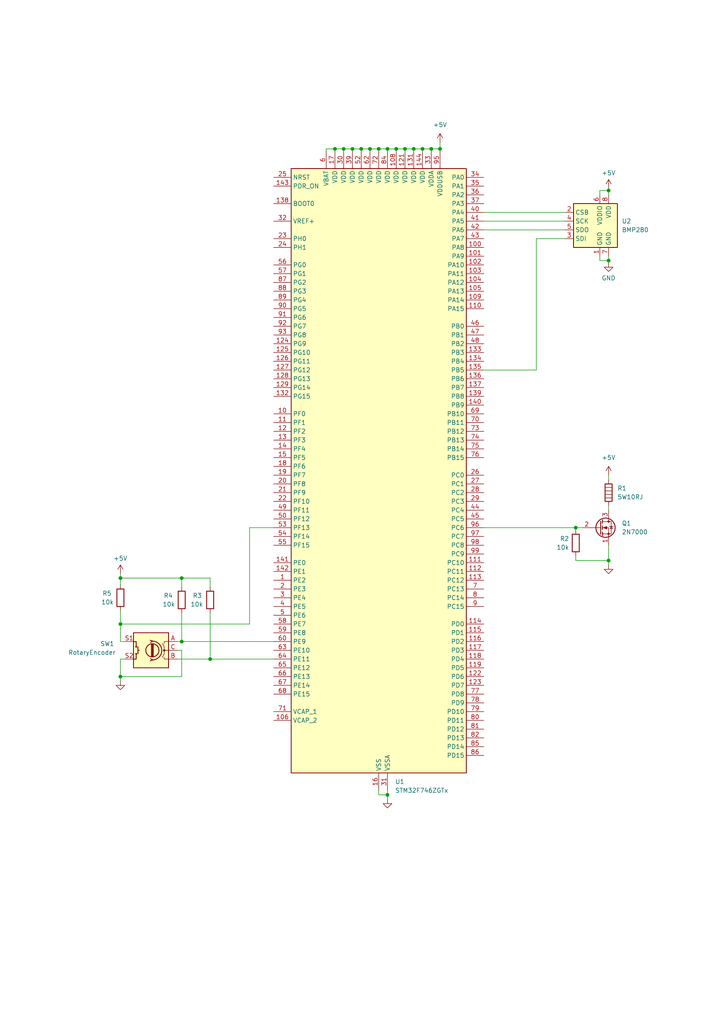
<source format=kicad_sch>
(kicad_sch
	(version 20231120)
	(generator "eeschema")
	(generator_version "8.0")
	(uuid "7620c66f-65d5-4fd6-a716-bb92f0c3518e")
	(paper "A4" portrait)
	(title_block
		(title "Systemy Mikroprocesorowe - Projekt")
		(date "21.01.2025")
	)
	(lib_symbols
		(symbol "Device:Heater"
			(pin_numbers hide)
			(pin_names
				(offset 0)
			)
			(exclude_from_sim no)
			(in_bom yes)
			(on_board yes)
			(property "Reference" "R"
				(at 2.032 0 90)
				(effects
					(font
						(size 1.27 1.27)
					)
				)
			)
			(property "Value" "Heater"
				(at -2.032 0 90)
				(effects
					(font
						(size 1.27 1.27)
					)
				)
			)
			(property "Footprint" ""
				(at -1.778 0 90)
				(effects
					(font
						(size 1.27 1.27)
					)
					(hide yes)
				)
			)
			(property "Datasheet" "~"
				(at 0 0 0)
				(effects
					(font
						(size 1.27 1.27)
					)
					(hide yes)
				)
			)
			(property "Description" "Resistive heater"
				(at 0 0 0)
				(effects
					(font
						(size 1.27 1.27)
					)
					(hide yes)
				)
			)
			(property "ki_keywords" "heater R resistor"
				(at 0 0 0)
				(effects
					(font
						(size 1.27 1.27)
					)
					(hide yes)
				)
			)
			(symbol "Heater_0_1"
				(rectangle
					(start -1.016 -2.54)
					(end 1.016 2.54)
					(stroke
						(width 0.254)
						(type default)
					)
					(fill
						(type none)
					)
				)
				(polyline
					(pts
						(xy -1.016 1.524) (xy 1.016 1.524)
					)
					(stroke
						(width 0)
						(type default)
					)
					(fill
						(type none)
					)
				)
				(polyline
					(pts
						(xy 1.016 -1.524) (xy -1.016 -1.524)
					)
					(stroke
						(width 0)
						(type default)
					)
					(fill
						(type none)
					)
				)
				(polyline
					(pts
						(xy 1.016 -0.508) (xy -1.016 -0.508)
					)
					(stroke
						(width 0)
						(type default)
					)
					(fill
						(type none)
					)
				)
				(polyline
					(pts
						(xy 1.016 0.508) (xy -1.016 0.508)
					)
					(stroke
						(width 0)
						(type default)
					)
					(fill
						(type none)
					)
				)
			)
			(symbol "Heater_1_1"
				(pin passive line
					(at 0 3.81 270)
					(length 1.27)
					(name "~"
						(effects
							(font
								(size 1.27 1.27)
							)
						)
					)
					(number "1"
						(effects
							(font
								(size 1.27 1.27)
							)
						)
					)
				)
				(pin passive line
					(at 0 -3.81 90)
					(length 1.27)
					(name "~"
						(effects
							(font
								(size 1.27 1.27)
							)
						)
					)
					(number "2"
						(effects
							(font
								(size 1.27 1.27)
							)
						)
					)
				)
			)
		)
		(symbol "Device:R"
			(pin_numbers hide)
			(pin_names
				(offset 0)
			)
			(exclude_from_sim no)
			(in_bom yes)
			(on_board yes)
			(property "Reference" "R"
				(at 2.032 0 90)
				(effects
					(font
						(size 1.27 1.27)
					)
				)
			)
			(property "Value" "R"
				(at 0 0 90)
				(effects
					(font
						(size 1.27 1.27)
					)
				)
			)
			(property "Footprint" ""
				(at -1.778 0 90)
				(effects
					(font
						(size 1.27 1.27)
					)
					(hide yes)
				)
			)
			(property "Datasheet" "~"
				(at 0 0 0)
				(effects
					(font
						(size 1.27 1.27)
					)
					(hide yes)
				)
			)
			(property "Description" "Resistor"
				(at 0 0 0)
				(effects
					(font
						(size 1.27 1.27)
					)
					(hide yes)
				)
			)
			(property "ki_keywords" "R res resistor"
				(at 0 0 0)
				(effects
					(font
						(size 1.27 1.27)
					)
					(hide yes)
				)
			)
			(property "ki_fp_filters" "R_*"
				(at 0 0 0)
				(effects
					(font
						(size 1.27 1.27)
					)
					(hide yes)
				)
			)
			(symbol "R_0_1"
				(rectangle
					(start -1.016 -2.54)
					(end 1.016 2.54)
					(stroke
						(width 0.254)
						(type default)
					)
					(fill
						(type none)
					)
				)
			)
			(symbol "R_1_1"
				(pin passive line
					(at 0 3.81 270)
					(length 1.27)
					(name "~"
						(effects
							(font
								(size 1.27 1.27)
							)
						)
					)
					(number "1"
						(effects
							(font
								(size 1.27 1.27)
							)
						)
					)
				)
				(pin passive line
					(at 0 -3.81 90)
					(length 1.27)
					(name "~"
						(effects
							(font
								(size 1.27 1.27)
							)
						)
					)
					(number "2"
						(effects
							(font
								(size 1.27 1.27)
							)
						)
					)
				)
			)
		)
		(symbol "Device:RotaryEncoder_Switch"
			(pin_names
				(offset 0.254) hide)
			(exclude_from_sim no)
			(in_bom yes)
			(on_board yes)
			(property "Reference" "SW1"
				(at 12.7 1.905 0)
				(effects
					(font
						(size 1.27 1.27)
					)
				)
			)
			(property "Value" "RotaryEncoder"
				(at 17.78 -0.635 0)
				(effects
					(font
						(size 1.27 1.27)
					)
				)
			)
			(property "Footprint" ""
				(at -3.81 4.064 0)
				(effects
					(font
						(size 1.27 1.27)
					)
					(hide yes)
				)
			)
			(property "Datasheet" "~"
				(at 0 6.604 0)
				(effects
					(font
						(size 1.27 1.27)
					)
					(hide yes)
				)
			)
			(property "Description" "Rotary encoder, dual channel, incremental quadrate outputs, with switch"
				(at 0 0 0)
				(effects
					(font
						(size 1.27 1.27)
					)
					(hide yes)
				)
			)
			(property "ki_keywords" "rotary switch encoder switch push button"
				(at 0 0 0)
				(effects
					(font
						(size 1.27 1.27)
					)
					(hide yes)
				)
			)
			(property "ki_fp_filters" "RotaryEncoder*Switch*"
				(at 0 0 0)
				(effects
					(font
						(size 1.27 1.27)
					)
					(hide yes)
				)
			)
			(symbol "RotaryEncoder_Switch_0_1"
				(rectangle
					(start -5.08 5.08)
					(end 5.08 -5.08)
					(stroke
						(width 0.254)
						(type default)
					)
					(fill
						(type background)
					)
				)
				(circle
					(center -3.81 0)
					(radius 0.254)
					(stroke
						(width 0)
						(type default)
					)
					(fill
						(type outline)
					)
				)
				(circle
					(center -0.381 0)
					(radius 1.905)
					(stroke
						(width 0.254)
						(type default)
					)
					(fill
						(type none)
					)
				)
				(arc
					(start -0.381 2.667)
					(mid -3.0988 -0.0635)
					(end -0.381 -2.794)
					(stroke
						(width 0.254)
						(type default)
					)
					(fill
						(type none)
					)
				)
				(polyline
					(pts
						(xy -0.635 -1.778) (xy -0.635 1.778)
					)
					(stroke
						(width 0.254)
						(type default)
					)
					(fill
						(type none)
					)
				)
				(polyline
					(pts
						(xy -0.381 -1.778) (xy -0.381 1.778)
					)
					(stroke
						(width 0.254)
						(type default)
					)
					(fill
						(type none)
					)
				)
				(polyline
					(pts
						(xy -0.127 1.778) (xy -0.127 -1.778)
					)
					(stroke
						(width 0.254)
						(type default)
					)
					(fill
						(type none)
					)
				)
				(polyline
					(pts
						(xy 3.81 0) (xy 3.429 0)
					)
					(stroke
						(width 0.254)
						(type default)
					)
					(fill
						(type none)
					)
				)
				(polyline
					(pts
						(xy 3.81 1.016) (xy 3.81 -1.016)
					)
					(stroke
						(width 0.254)
						(type default)
					)
					(fill
						(type none)
					)
				)
				(polyline
					(pts
						(xy -5.08 -2.54) (xy -3.81 -2.54) (xy -3.81 -2.032)
					)
					(stroke
						(width 0)
						(type default)
					)
					(fill
						(type none)
					)
				)
				(polyline
					(pts
						(xy -5.08 2.54) (xy -3.81 2.54) (xy -3.81 2.032)
					)
					(stroke
						(width 0)
						(type default)
					)
					(fill
						(type none)
					)
				)
				(polyline
					(pts
						(xy 0.254 -3.048) (xy -0.508 -2.794) (xy 0.127 -2.413)
					)
					(stroke
						(width 0.254)
						(type default)
					)
					(fill
						(type none)
					)
				)
				(polyline
					(pts
						(xy 0.254 2.921) (xy -0.508 2.667) (xy 0.127 2.286)
					)
					(stroke
						(width 0.254)
						(type default)
					)
					(fill
						(type none)
					)
				)
				(polyline
					(pts
						(xy 5.08 -2.54) (xy 4.318 -2.54) (xy 4.318 -1.016)
					)
					(stroke
						(width 0.254)
						(type default)
					)
					(fill
						(type none)
					)
				)
				(polyline
					(pts
						(xy 5.08 2.54) (xy 4.318 2.54) (xy 4.318 1.016)
					)
					(stroke
						(width 0.254)
						(type default)
					)
					(fill
						(type none)
					)
				)
				(polyline
					(pts
						(xy -5.08 0) (xy -3.81 0) (xy -3.81 -1.016) (xy -3.302 -2.032)
					)
					(stroke
						(width 0)
						(type default)
					)
					(fill
						(type none)
					)
				)
				(polyline
					(pts
						(xy -4.318 0) (xy -3.81 0) (xy -3.81 1.016) (xy -3.302 2.032)
					)
					(stroke
						(width 0)
						(type default)
					)
					(fill
						(type none)
					)
				)
				(circle
					(center 4.318 -1.016)
					(radius 0.127)
					(stroke
						(width 0.254)
						(type default)
					)
					(fill
						(type none)
					)
				)
				(circle
					(center 4.318 1.016)
					(radius 0.127)
					(stroke
						(width 0.254)
						(type default)
					)
					(fill
						(type none)
					)
				)
			)
			(symbol "RotaryEncoder_Switch_1_1"
				(pin passive line
					(at -7.62 2.54 0)
					(length 2.54)
					(name "A"
						(effects
							(font
								(size 1.27 1.27)
							)
						)
					)
					(number "A"
						(effects
							(font
								(size 1.27 1.27)
							)
						)
					)
				)
				(pin passive line
					(at -7.62 -2.54 0)
					(length 2.54)
					(name "B"
						(effects
							(font
								(size 1.27 1.27)
							)
						)
					)
					(number "B"
						(effects
							(font
								(size 1.27 1.27)
							)
						)
					)
				)
				(pin passive line
					(at -7.62 0 0)
					(length 2.54)
					(name "C"
						(effects
							(font
								(size 1.27 1.27)
							)
						)
					)
					(number "C"
						(effects
							(font
								(size 1.27 1.27)
							)
						)
					)
				)
				(pin passive line
					(at 7.62 2.54 180)
					(length 2.54)
					(name "S1"
						(effects
							(font
								(size 1.27 1.27)
							)
						)
					)
					(number "S1"
						(effects
							(font
								(size 1.27 1.27)
							)
						)
					)
				)
				(pin passive line
					(at 7.62 -2.54 180)
					(length 2.54)
					(name "S2"
						(effects
							(font
								(size 1.27 1.27)
							)
						)
					)
					(number "S2"
						(effects
							(font
								(size 1.27 1.27)
							)
						)
					)
				)
			)
		)
		(symbol "MCU_ST_STM32F7:STM32F746ZGTx"
			(exclude_from_sim no)
			(in_bom yes)
			(on_board yes)
			(property "Reference" "U"
				(at -25.4 90.17 0)
				(effects
					(font
						(size 1.27 1.27)
					)
					(justify left)
				)
			)
			(property "Value" "STM32F746ZGTx"
				(at 20.32 90.17 0)
				(effects
					(font
						(size 1.27 1.27)
					)
					(justify left)
				)
			)
			(property "Footprint" "Package_QFP:LQFP-144_20x20mm_P0.5mm"
				(at -25.4 -86.36 0)
				(effects
					(font
						(size 1.27 1.27)
					)
					(justify right)
					(hide yes)
				)
			)
			(property "Datasheet" "https://www.st.com/resource/en/datasheet/stm32f746zg.pdf"
				(at 0 0 0)
				(effects
					(font
						(size 1.27 1.27)
					)
					(hide yes)
				)
			)
			(property "Description" "STMicroelectronics Arm Cortex-M7 MCU, 1024KB flash, 320KB RAM, 216 MHz, 1.7-3.6V, 114 GPIO, LQFP144"
				(at 0 0 0)
				(effects
					(font
						(size 1.27 1.27)
					)
					(hide yes)
				)
			)
			(property "ki_locked" ""
				(at 0 0 0)
				(effects
					(font
						(size 1.27 1.27)
					)
				)
			)
			(property "ki_keywords" "Arm Cortex-M7 STM32F7 STM32F7x6"
				(at 0 0 0)
				(effects
					(font
						(size 1.27 1.27)
					)
					(hide yes)
				)
			)
			(property "ki_fp_filters" "LQFP*20x20mm*P0.5mm*"
				(at 0 0 0)
				(effects
					(font
						(size 1.27 1.27)
					)
					(hide yes)
				)
			)
			(symbol "STM32F746ZGTx_0_1"
				(rectangle
					(start -25.4 -86.36)
					(end 25.4 88.9)
					(stroke
						(width 0.254)
						(type default)
					)
					(fill
						(type background)
					)
				)
			)
			(symbol "STM32F746ZGTx_1_1"
				(pin bidirectional line
					(at -30.48 -30.48 0)
					(length 5.08)
					(name "PE2"
						(effects
							(font
								(size 1.27 1.27)
							)
						)
					)
					(number "1"
						(effects
							(font
								(size 1.27 1.27)
							)
						)
					)
					(alternate "ETH_TXD3" bidirectional line)
					(alternate "FMC_A23" bidirectional line)
					(alternate "QUADSPI_BK1_IO2" bidirectional line)
					(alternate "SAI1_MCLK_A" bidirectional line)
					(alternate "SPI4_SCK" bidirectional line)
					(alternate "SYS_TRACECLK" bidirectional line)
				)
				(pin bidirectional line
					(at -30.48 17.78 0)
					(length 5.08)
					(name "PF0"
						(effects
							(font
								(size 1.27 1.27)
							)
						)
					)
					(number "10"
						(effects
							(font
								(size 1.27 1.27)
							)
						)
					)
					(alternate "FMC_A0" bidirectional line)
					(alternate "I2C2_SDA" bidirectional line)
				)
				(pin bidirectional line
					(at 30.48 66.04 180)
					(length 5.08)
					(name "PA8"
						(effects
							(font
								(size 1.27 1.27)
							)
						)
					)
					(number "100"
						(effects
							(font
								(size 1.27 1.27)
							)
						)
					)
					(alternate "I2C3_SCL" bidirectional line)
					(alternate "LTDC_R6" bidirectional line)
					(alternate "RCC_MCO_1" bidirectional line)
					(alternate "TIM1_CH1" bidirectional line)
					(alternate "TIM8_BKIN2" bidirectional line)
					(alternate "USART1_CK" bidirectional line)
					(alternate "USB_OTG_FS_SOF" bidirectional line)
				)
				(pin bidirectional line
					(at 30.48 63.5 180)
					(length 5.08)
					(name "PA9"
						(effects
							(font
								(size 1.27 1.27)
							)
						)
					)
					(number "101"
						(effects
							(font
								(size 1.27 1.27)
							)
						)
					)
					(alternate "DAC_EXTI9" bidirectional line)
					(alternate "DCMI_D0" bidirectional line)
					(alternate "I2C3_SMBA" bidirectional line)
					(alternate "I2S2_CK" bidirectional line)
					(alternate "SPI2_SCK" bidirectional line)
					(alternate "TIM1_CH2" bidirectional line)
					(alternate "USART1_TX" bidirectional line)
					(alternate "USB_OTG_FS_VBUS" bidirectional line)
				)
				(pin bidirectional line
					(at 30.48 60.96 180)
					(length 5.08)
					(name "PA10"
						(effects
							(font
								(size 1.27 1.27)
							)
						)
					)
					(number "102"
						(effects
							(font
								(size 1.27 1.27)
							)
						)
					)
					(alternate "DCMI_D1" bidirectional line)
					(alternate "TIM1_CH3" bidirectional line)
					(alternate "USART1_RX" bidirectional line)
					(alternate "USB_OTG_FS_ID" bidirectional line)
				)
				(pin bidirectional line
					(at 30.48 58.42 180)
					(length 5.08)
					(name "PA11"
						(effects
							(font
								(size 1.27 1.27)
							)
						)
					)
					(number "103"
						(effects
							(font
								(size 1.27 1.27)
							)
						)
					)
					(alternate "ADC1_EXTI11" bidirectional line)
					(alternate "ADC2_EXTI11" bidirectional line)
					(alternate "ADC3_EXTI11" bidirectional line)
					(alternate "CAN1_RX" bidirectional line)
					(alternate "LTDC_R4" bidirectional line)
					(alternate "TIM1_CH4" bidirectional line)
					(alternate "USART1_CTS" bidirectional line)
					(alternate "USB_OTG_FS_DM" bidirectional line)
				)
				(pin bidirectional line
					(at 30.48 55.88 180)
					(length 5.08)
					(name "PA12"
						(effects
							(font
								(size 1.27 1.27)
							)
						)
					)
					(number "104"
						(effects
							(font
								(size 1.27 1.27)
							)
						)
					)
					(alternate "CAN1_TX" bidirectional line)
					(alternate "LTDC_R5" bidirectional line)
					(alternate "SAI2_FS_B" bidirectional line)
					(alternate "TIM1_ETR" bidirectional line)
					(alternate "USART1_DE" bidirectional line)
					(alternate "USART1_RTS" bidirectional line)
					(alternate "USB_OTG_FS_DP" bidirectional line)
				)
				(pin bidirectional line
					(at 30.48 53.34 180)
					(length 5.08)
					(name "PA13"
						(effects
							(font
								(size 1.27 1.27)
							)
						)
					)
					(number "105"
						(effects
							(font
								(size 1.27 1.27)
							)
						)
					)
					(alternate "SYS_JTMS-SWDIO" bidirectional line)
				)
				(pin power_out line
					(at -30.48 -71.12 0)
					(length 5.08)
					(name "VCAP_2"
						(effects
							(font
								(size 1.27 1.27)
							)
						)
					)
					(number "106"
						(effects
							(font
								(size 1.27 1.27)
							)
						)
					)
				)
				(pin passive line
					(at 0 -91.44 90)
					(length 5.08) hide
					(name "VSS"
						(effects
							(font
								(size 1.27 1.27)
							)
						)
					)
					(number "107"
						(effects
							(font
								(size 1.27 1.27)
							)
						)
					)
				)
				(pin power_in line
					(at 5.08 93.98 270)
					(length 5.08)
					(name "VDD"
						(effects
							(font
								(size 1.27 1.27)
							)
						)
					)
					(number "108"
						(effects
							(font
								(size 1.27 1.27)
							)
						)
					)
				)
				(pin bidirectional line
					(at 30.48 50.8 180)
					(length 5.08)
					(name "PA14"
						(effects
							(font
								(size 1.27 1.27)
							)
						)
					)
					(number "109"
						(effects
							(font
								(size 1.27 1.27)
							)
						)
					)
					(alternate "SYS_JTCK-SWCLK" bidirectional line)
				)
				(pin bidirectional line
					(at -30.48 15.24 0)
					(length 5.08)
					(name "PF1"
						(effects
							(font
								(size 1.27 1.27)
							)
						)
					)
					(number "11"
						(effects
							(font
								(size 1.27 1.27)
							)
						)
					)
					(alternate "FMC_A1" bidirectional line)
					(alternate "I2C2_SCL" bidirectional line)
				)
				(pin bidirectional line
					(at 30.48 48.26 180)
					(length 5.08)
					(name "PA15"
						(effects
							(font
								(size 1.27 1.27)
							)
						)
					)
					(number "110"
						(effects
							(font
								(size 1.27 1.27)
							)
						)
					)
					(alternate "CEC" bidirectional line)
					(alternate "I2S1_WS" bidirectional line)
					(alternate "I2S3_WS" bidirectional line)
					(alternate "SPI1_NSS" bidirectional line)
					(alternate "SPI3_NSS" bidirectional line)
					(alternate "SYS_JTDI" bidirectional line)
					(alternate "TIM2_CH1" bidirectional line)
					(alternate "TIM2_ETR" bidirectional line)
					(alternate "UART4_DE" bidirectional line)
					(alternate "UART4_RTS" bidirectional line)
				)
				(pin bidirectional line
					(at 30.48 -25.4 180)
					(length 5.08)
					(name "PC10"
						(effects
							(font
								(size 1.27 1.27)
							)
						)
					)
					(number "111"
						(effects
							(font
								(size 1.27 1.27)
							)
						)
					)
					(alternate "DCMI_D8" bidirectional line)
					(alternate "I2S3_CK" bidirectional line)
					(alternate "LTDC_R2" bidirectional line)
					(alternate "QUADSPI_BK1_IO1" bidirectional line)
					(alternate "SDMMC1_D2" bidirectional line)
					(alternate "SPI3_SCK" bidirectional line)
					(alternate "UART4_TX" bidirectional line)
					(alternate "USART3_TX" bidirectional line)
				)
				(pin bidirectional line
					(at 30.48 -27.94 180)
					(length 5.08)
					(name "PC11"
						(effects
							(font
								(size 1.27 1.27)
							)
						)
					)
					(number "112"
						(effects
							(font
								(size 1.27 1.27)
							)
						)
					)
					(alternate "ADC1_EXTI11" bidirectional line)
					(alternate "ADC2_EXTI11" bidirectional line)
					(alternate "ADC3_EXTI11" bidirectional line)
					(alternate "DCMI_D4" bidirectional line)
					(alternate "QUADSPI_BK2_NCS" bidirectional line)
					(alternate "SDMMC1_D3" bidirectional line)
					(alternate "SPI3_MISO" bidirectional line)
					(alternate "UART4_RX" bidirectional line)
					(alternate "USART3_RX" bidirectional line)
				)
				(pin bidirectional line
					(at 30.48 -30.48 180)
					(length 5.08)
					(name "PC12"
						(effects
							(font
								(size 1.27 1.27)
							)
						)
					)
					(number "113"
						(effects
							(font
								(size 1.27 1.27)
							)
						)
					)
					(alternate "DCMI_D9" bidirectional line)
					(alternate "I2S3_SD" bidirectional line)
					(alternate "SDMMC1_CK" bidirectional line)
					(alternate "SPI3_MOSI" bidirectional line)
					(alternate "SYS_TRACED3" bidirectional line)
					(alternate "UART5_TX" bidirectional line)
					(alternate "USART3_CK" bidirectional line)
				)
				(pin bidirectional line
					(at 30.48 -43.18 180)
					(length 5.08)
					(name "PD0"
						(effects
							(font
								(size 1.27 1.27)
							)
						)
					)
					(number "114"
						(effects
							(font
								(size 1.27 1.27)
							)
						)
					)
					(alternate "CAN1_RX" bidirectional line)
					(alternate "FMC_D2" bidirectional line)
					(alternate "FMC_DA2" bidirectional line)
				)
				(pin bidirectional line
					(at 30.48 -45.72 180)
					(length 5.08)
					(name "PD1"
						(effects
							(font
								(size 1.27 1.27)
							)
						)
					)
					(number "115"
						(effects
							(font
								(size 1.27 1.27)
							)
						)
					)
					(alternate "CAN1_TX" bidirectional line)
					(alternate "FMC_D3" bidirectional line)
					(alternate "FMC_DA3" bidirectional line)
				)
				(pin bidirectional line
					(at 30.48 -48.26 180)
					(length 5.08)
					(name "PD2"
						(effects
							(font
								(size 1.27 1.27)
							)
						)
					)
					(number "116"
						(effects
							(font
								(size 1.27 1.27)
							)
						)
					)
					(alternate "DCMI_D11" bidirectional line)
					(alternate "SDMMC1_CMD" bidirectional line)
					(alternate "SYS_TRACED2" bidirectional line)
					(alternate "TIM3_ETR" bidirectional line)
					(alternate "UART5_RX" bidirectional line)
				)
				(pin bidirectional line
					(at 30.48 -50.8 180)
					(length 5.08)
					(name "PD3"
						(effects
							(font
								(size 1.27 1.27)
							)
						)
					)
					(number "117"
						(effects
							(font
								(size 1.27 1.27)
							)
						)
					)
					(alternate "DCMI_D5" bidirectional line)
					(alternate "FMC_CLK" bidirectional line)
					(alternate "I2S2_CK" bidirectional line)
					(alternate "LTDC_G7" bidirectional line)
					(alternate "SPI2_SCK" bidirectional line)
					(alternate "USART2_CTS" bidirectional line)
				)
				(pin bidirectional line
					(at 30.48 -53.34 180)
					(length 5.08)
					(name "PD4"
						(effects
							(font
								(size 1.27 1.27)
							)
						)
					)
					(number "118"
						(effects
							(font
								(size 1.27 1.27)
							)
						)
					)
					(alternate "FMC_NOE" bidirectional line)
					(alternate "USART2_DE" bidirectional line)
					(alternate "USART2_RTS" bidirectional line)
				)
				(pin bidirectional line
					(at 30.48 -55.88 180)
					(length 5.08)
					(name "PD5"
						(effects
							(font
								(size 1.27 1.27)
							)
						)
					)
					(number "119"
						(effects
							(font
								(size 1.27 1.27)
							)
						)
					)
					(alternate "FMC_NWE" bidirectional line)
					(alternate "USART2_TX" bidirectional line)
				)
				(pin bidirectional line
					(at -30.48 12.7 0)
					(length 5.08)
					(name "PF2"
						(effects
							(font
								(size 1.27 1.27)
							)
						)
					)
					(number "12"
						(effects
							(font
								(size 1.27 1.27)
							)
						)
					)
					(alternate "FMC_A2" bidirectional line)
					(alternate "I2C2_SMBA" bidirectional line)
				)
				(pin passive line
					(at 0 -91.44 90)
					(length 5.08) hide
					(name "VSS"
						(effects
							(font
								(size 1.27 1.27)
							)
						)
					)
					(number "120"
						(effects
							(font
								(size 1.27 1.27)
							)
						)
					)
				)
				(pin power_in line
					(at 7.62 93.98 270)
					(length 5.08)
					(name "VDD"
						(effects
							(font
								(size 1.27 1.27)
							)
						)
					)
					(number "121"
						(effects
							(font
								(size 1.27 1.27)
							)
						)
					)
				)
				(pin bidirectional line
					(at 30.48 -58.42 180)
					(length 5.08)
					(name "PD6"
						(effects
							(font
								(size 1.27 1.27)
							)
						)
					)
					(number "122"
						(effects
							(font
								(size 1.27 1.27)
							)
						)
					)
					(alternate "DCMI_D10" bidirectional line)
					(alternate "FMC_NWAIT" bidirectional line)
					(alternate "I2S3_SD" bidirectional line)
					(alternate "LTDC_B2" bidirectional line)
					(alternate "SAI1_SD_A" bidirectional line)
					(alternate "SPI3_MOSI" bidirectional line)
					(alternate "USART2_RX" bidirectional line)
				)
				(pin bidirectional line
					(at 30.48 -60.96 180)
					(length 5.08)
					(name "PD7"
						(effects
							(font
								(size 1.27 1.27)
							)
						)
					)
					(number "123"
						(effects
							(font
								(size 1.27 1.27)
							)
						)
					)
					(alternate "FMC_NE1" bidirectional line)
					(alternate "SPDIFRX_IN0" bidirectional line)
					(alternate "USART2_CK" bidirectional line)
				)
				(pin bidirectional line
					(at -30.48 38.1 0)
					(length 5.08)
					(name "PG9"
						(effects
							(font
								(size 1.27 1.27)
							)
						)
					)
					(number "124"
						(effects
							(font
								(size 1.27 1.27)
							)
						)
					)
					(alternate "DAC_EXTI9" bidirectional line)
					(alternate "DCMI_VSYNC" bidirectional line)
					(alternate "FMC_NCE" bidirectional line)
					(alternate "FMC_NE2" bidirectional line)
					(alternate "QUADSPI_BK2_IO2" bidirectional line)
					(alternate "SAI2_FS_B" bidirectional line)
					(alternate "SPDIFRX_IN3" bidirectional line)
					(alternate "USART6_RX" bidirectional line)
				)
				(pin bidirectional line
					(at -30.48 35.56 0)
					(length 5.08)
					(name "PG10"
						(effects
							(font
								(size 1.27 1.27)
							)
						)
					)
					(number "125"
						(effects
							(font
								(size 1.27 1.27)
							)
						)
					)
					(alternate "DCMI_D2" bidirectional line)
					(alternate "FMC_NE3" bidirectional line)
					(alternate "LTDC_B2" bidirectional line)
					(alternate "LTDC_G3" bidirectional line)
					(alternate "SAI2_SD_B" bidirectional line)
				)
				(pin bidirectional line
					(at -30.48 33.02 0)
					(length 5.08)
					(name "PG11"
						(effects
							(font
								(size 1.27 1.27)
							)
						)
					)
					(number "126"
						(effects
							(font
								(size 1.27 1.27)
							)
						)
					)
					(alternate "ADC1_EXTI11" bidirectional line)
					(alternate "ADC2_EXTI11" bidirectional line)
					(alternate "ADC3_EXTI11" bidirectional line)
					(alternate "DCMI_D3" bidirectional line)
					(alternate "ETH_TX_EN" bidirectional line)
					(alternate "LTDC_B3" bidirectional line)
					(alternate "SPDIFRX_IN0" bidirectional line)
				)
				(pin bidirectional line
					(at -30.48 30.48 0)
					(length 5.08)
					(name "PG12"
						(effects
							(font
								(size 1.27 1.27)
							)
						)
					)
					(number "127"
						(effects
							(font
								(size 1.27 1.27)
							)
						)
					)
					(alternate "FMC_NE4" bidirectional line)
					(alternate "LPTIM1_IN1" bidirectional line)
					(alternate "LTDC_B1" bidirectional line)
					(alternate "LTDC_B4" bidirectional line)
					(alternate "SPDIFRX_IN1" bidirectional line)
					(alternate "SPI6_MISO" bidirectional line)
					(alternate "USART6_DE" bidirectional line)
					(alternate "USART6_RTS" bidirectional line)
				)
				(pin bidirectional line
					(at -30.48 27.94 0)
					(length 5.08)
					(name "PG13"
						(effects
							(font
								(size 1.27 1.27)
							)
						)
					)
					(number "128"
						(effects
							(font
								(size 1.27 1.27)
							)
						)
					)
					(alternate "ETH_TXD0" bidirectional line)
					(alternate "FMC_A24" bidirectional line)
					(alternate "LPTIM1_OUT" bidirectional line)
					(alternate "LTDC_R0" bidirectional line)
					(alternate "SPI6_SCK" bidirectional line)
					(alternate "SYS_TRACED0" bidirectional line)
					(alternate "USART6_CTS" bidirectional line)
				)
				(pin bidirectional line
					(at -30.48 25.4 0)
					(length 5.08)
					(name "PG14"
						(effects
							(font
								(size 1.27 1.27)
							)
						)
					)
					(number "129"
						(effects
							(font
								(size 1.27 1.27)
							)
						)
					)
					(alternate "ETH_TXD1" bidirectional line)
					(alternate "FMC_A25" bidirectional line)
					(alternate "LPTIM1_ETR" bidirectional line)
					(alternate "LTDC_B0" bidirectional line)
					(alternate "QUADSPI_BK2_IO3" bidirectional line)
					(alternate "SPI6_MOSI" bidirectional line)
					(alternate "SYS_TRACED1" bidirectional line)
					(alternate "USART6_TX" bidirectional line)
				)
				(pin bidirectional line
					(at -30.48 10.16 0)
					(length 5.08)
					(name "PF3"
						(effects
							(font
								(size 1.27 1.27)
							)
						)
					)
					(number "13"
						(effects
							(font
								(size 1.27 1.27)
							)
						)
					)
					(alternate "ADC3_IN9" bidirectional line)
					(alternate "FMC_A3" bidirectional line)
				)
				(pin passive line
					(at 0 -91.44 90)
					(length 5.08) hide
					(name "VSS"
						(effects
							(font
								(size 1.27 1.27)
							)
						)
					)
					(number "130"
						(effects
							(font
								(size 1.27 1.27)
							)
						)
					)
				)
				(pin power_in line
					(at 10.16 93.98 270)
					(length 5.08)
					(name "VDD"
						(effects
							(font
								(size 1.27 1.27)
							)
						)
					)
					(number "131"
						(effects
							(font
								(size 1.27 1.27)
							)
						)
					)
				)
				(pin bidirectional line
					(at -30.48 22.86 0)
					(length 5.08)
					(name "PG15"
						(effects
							(font
								(size 1.27 1.27)
							)
						)
					)
					(number "132"
						(effects
							(font
								(size 1.27 1.27)
							)
						)
					)
					(alternate "DCMI_D13" bidirectional line)
					(alternate "FMC_SDNCAS" bidirectional line)
					(alternate "USART6_CTS" bidirectional line)
				)
				(pin bidirectional line
					(at 30.48 35.56 180)
					(length 5.08)
					(name "PB3"
						(effects
							(font
								(size 1.27 1.27)
							)
						)
					)
					(number "133"
						(effects
							(font
								(size 1.27 1.27)
							)
						)
					)
					(alternate "I2S1_CK" bidirectional line)
					(alternate "I2S3_CK" bidirectional line)
					(alternate "SPI1_SCK" bidirectional line)
					(alternate "SPI3_SCK" bidirectional line)
					(alternate "SYS_JTDO-SWO" bidirectional line)
					(alternate "TIM2_CH2" bidirectional line)
				)
				(pin bidirectional line
					(at 30.48 33.02 180)
					(length 5.08)
					(name "PB4"
						(effects
							(font
								(size 1.27 1.27)
							)
						)
					)
					(number "134"
						(effects
							(font
								(size 1.27 1.27)
							)
						)
					)
					(alternate "I2S2_WS" bidirectional line)
					(alternate "SPI1_MISO" bidirectional line)
					(alternate "SPI2_NSS" bidirectional line)
					(alternate "SPI3_MISO" bidirectional line)
					(alternate "SYS_JTRST" bidirectional line)
					(alternate "TIM3_CH1" bidirectional line)
				)
				(pin bidirectional line
					(at 30.48 30.48 180)
					(length 5.08)
					(name "PB5"
						(effects
							(font
								(size 1.27 1.27)
							)
						)
					)
					(number "135"
						(effects
							(font
								(size 1.27 1.27)
							)
						)
					)
					(alternate "CAN2_RX" bidirectional line)
					(alternate "DCMI_D10" bidirectional line)
					(alternate "ETH_PPS_OUT" bidirectional line)
					(alternate "FMC_SDCKE1" bidirectional line)
					(alternate "I2C1_SMBA" bidirectional line)
					(alternate "I2S1_SD" bidirectional line)
					(alternate "I2S3_SD" bidirectional line)
					(alternate "SPI1_MOSI" bidirectional line)
					(alternate "SPI3_MOSI" bidirectional line)
					(alternate "TIM3_CH2" bidirectional line)
					(alternate "USB_OTG_HS_ULPI_D7" bidirectional line)
				)
				(pin bidirectional line
					(at 30.48 27.94 180)
					(length 5.08)
					(name "PB6"
						(effects
							(font
								(size 1.27 1.27)
							)
						)
					)
					(number "136"
						(effects
							(font
								(size 1.27 1.27)
							)
						)
					)
					(alternate "CAN2_TX" bidirectional line)
					(alternate "CEC" bidirectional line)
					(alternate "DCMI_D5" bidirectional line)
					(alternate "FMC_SDNE1" bidirectional line)
					(alternate "I2C1_SCL" bidirectional line)
					(alternate "QUADSPI_BK1_NCS" bidirectional line)
					(alternate "TIM4_CH1" bidirectional line)
					(alternate "USART1_TX" bidirectional line)
				)
				(pin bidirectional line
					(at 30.48 25.4 180)
					(length 5.08)
					(name "PB7"
						(effects
							(font
								(size 1.27 1.27)
							)
						)
					)
					(number "137"
						(effects
							(font
								(size 1.27 1.27)
							)
						)
					)
					(alternate "DCMI_VSYNC" bidirectional line)
					(alternate "FMC_NL" bidirectional line)
					(alternate "I2C1_SDA" bidirectional line)
					(alternate "TIM4_CH2" bidirectional line)
					(alternate "USART1_RX" bidirectional line)
				)
				(pin input line
					(at -30.48 78.74 0)
					(length 5.08)
					(name "BOOT0"
						(effects
							(font
								(size 1.27 1.27)
							)
						)
					)
					(number "138"
						(effects
							(font
								(size 1.27 1.27)
							)
						)
					)
				)
				(pin bidirectional line
					(at 30.48 22.86 180)
					(length 5.08)
					(name "PB8"
						(effects
							(font
								(size 1.27 1.27)
							)
						)
					)
					(number "139"
						(effects
							(font
								(size 1.27 1.27)
							)
						)
					)
					(alternate "CAN1_RX" bidirectional line)
					(alternate "DCMI_D6" bidirectional line)
					(alternate "ETH_TXD3" bidirectional line)
					(alternate "I2C1_SCL" bidirectional line)
					(alternate "LTDC_B6" bidirectional line)
					(alternate "SDMMC1_D4" bidirectional line)
					(alternate "TIM10_CH1" bidirectional line)
					(alternate "TIM4_CH3" bidirectional line)
				)
				(pin bidirectional line
					(at -30.48 7.62 0)
					(length 5.08)
					(name "PF4"
						(effects
							(font
								(size 1.27 1.27)
							)
						)
					)
					(number "14"
						(effects
							(font
								(size 1.27 1.27)
							)
						)
					)
					(alternate "ADC3_IN14" bidirectional line)
					(alternate "FMC_A4" bidirectional line)
				)
				(pin bidirectional line
					(at 30.48 20.32 180)
					(length 5.08)
					(name "PB9"
						(effects
							(font
								(size 1.27 1.27)
							)
						)
					)
					(number "140"
						(effects
							(font
								(size 1.27 1.27)
							)
						)
					)
					(alternate "CAN1_TX" bidirectional line)
					(alternate "DAC_EXTI9" bidirectional line)
					(alternate "DCMI_D7" bidirectional line)
					(alternate "I2C1_SDA" bidirectional line)
					(alternate "I2S2_WS" bidirectional line)
					(alternate "LTDC_B7" bidirectional line)
					(alternate "SDMMC1_D5" bidirectional line)
					(alternate "SPI2_NSS" bidirectional line)
					(alternate "TIM11_CH1" bidirectional line)
					(alternate "TIM4_CH4" bidirectional line)
				)
				(pin bidirectional line
					(at -30.48 -25.4 0)
					(length 5.08)
					(name "PE0"
						(effects
							(font
								(size 1.27 1.27)
							)
						)
					)
					(number "141"
						(effects
							(font
								(size 1.27 1.27)
							)
						)
					)
					(alternate "DCMI_D2" bidirectional line)
					(alternate "FMC_NBL0" bidirectional line)
					(alternate "LPTIM1_ETR" bidirectional line)
					(alternate "SAI2_MCLK_A" bidirectional line)
					(alternate "TIM4_ETR" bidirectional line)
					(alternate "UART8_RX" bidirectional line)
				)
				(pin bidirectional line
					(at -30.48 -27.94 0)
					(length 5.08)
					(name "PE1"
						(effects
							(font
								(size 1.27 1.27)
							)
						)
					)
					(number "142"
						(effects
							(font
								(size 1.27 1.27)
							)
						)
					)
					(alternate "DCMI_D3" bidirectional line)
					(alternate "FMC_NBL1" bidirectional line)
					(alternate "LPTIM1_IN2" bidirectional line)
					(alternate "UART8_TX" bidirectional line)
				)
				(pin input line
					(at -30.48 83.82 0)
					(length 5.08)
					(name "PDR_ON"
						(effects
							(font
								(size 1.27 1.27)
							)
						)
					)
					(number "143"
						(effects
							(font
								(size 1.27 1.27)
							)
						)
					)
				)
				(pin power_in line
					(at 12.7 93.98 270)
					(length 5.08)
					(name "VDD"
						(effects
							(font
								(size 1.27 1.27)
							)
						)
					)
					(number "144"
						(effects
							(font
								(size 1.27 1.27)
							)
						)
					)
				)
				(pin bidirectional line
					(at -30.48 5.08 0)
					(length 5.08)
					(name "PF5"
						(effects
							(font
								(size 1.27 1.27)
							)
						)
					)
					(number "15"
						(effects
							(font
								(size 1.27 1.27)
							)
						)
					)
					(alternate "ADC3_IN15" bidirectional line)
					(alternate "FMC_A5" bidirectional line)
				)
				(pin power_in line
					(at 0 -91.44 90)
					(length 5.08)
					(name "VSS"
						(effects
							(font
								(size 1.27 1.27)
							)
						)
					)
					(number "16"
						(effects
							(font
								(size 1.27 1.27)
							)
						)
					)
				)
				(pin power_in line
					(at -12.7 93.98 270)
					(length 5.08)
					(name "VDD"
						(effects
							(font
								(size 1.27 1.27)
							)
						)
					)
					(number "17"
						(effects
							(font
								(size 1.27 1.27)
							)
						)
					)
				)
				(pin bidirectional line
					(at -30.48 2.54 0)
					(length 5.08)
					(name "PF6"
						(effects
							(font
								(size 1.27 1.27)
							)
						)
					)
					(number "18"
						(effects
							(font
								(size 1.27 1.27)
							)
						)
					)
					(alternate "ADC3_IN4" bidirectional line)
					(alternate "QUADSPI_BK1_IO3" bidirectional line)
					(alternate "SAI1_SD_B" bidirectional line)
					(alternate "SPI5_NSS" bidirectional line)
					(alternate "TIM10_CH1" bidirectional line)
					(alternate "UART7_RX" bidirectional line)
				)
				(pin bidirectional line
					(at -30.48 0 0)
					(length 5.08)
					(name "PF7"
						(effects
							(font
								(size 1.27 1.27)
							)
						)
					)
					(number "19"
						(effects
							(font
								(size 1.27 1.27)
							)
						)
					)
					(alternate "ADC3_IN5" bidirectional line)
					(alternate "QUADSPI_BK1_IO2" bidirectional line)
					(alternate "SAI1_MCLK_B" bidirectional line)
					(alternate "SPI5_SCK" bidirectional line)
					(alternate "TIM11_CH1" bidirectional line)
					(alternate "UART7_TX" bidirectional line)
				)
				(pin bidirectional line
					(at -30.48 -33.02 0)
					(length 5.08)
					(name "PE3"
						(effects
							(font
								(size 1.27 1.27)
							)
						)
					)
					(number "2"
						(effects
							(font
								(size 1.27 1.27)
							)
						)
					)
					(alternate "FMC_A19" bidirectional line)
					(alternate "SAI1_SD_B" bidirectional line)
					(alternate "SYS_TRACED0" bidirectional line)
				)
				(pin bidirectional line
					(at -30.48 -2.54 0)
					(length 5.08)
					(name "PF8"
						(effects
							(font
								(size 1.27 1.27)
							)
						)
					)
					(number "20"
						(effects
							(font
								(size 1.27 1.27)
							)
						)
					)
					(alternate "ADC3_IN6" bidirectional line)
					(alternate "QUADSPI_BK1_IO0" bidirectional line)
					(alternate "SAI1_SCK_B" bidirectional line)
					(alternate "SPI5_MISO" bidirectional line)
					(alternate "TIM13_CH1" bidirectional line)
					(alternate "UART7_DE" bidirectional line)
					(alternate "UART7_RTS" bidirectional line)
				)
				(pin bidirectional line
					(at -30.48 -5.08 0)
					(length 5.08)
					(name "PF9"
						(effects
							(font
								(size 1.27 1.27)
							)
						)
					)
					(number "21"
						(effects
							(font
								(size 1.27 1.27)
							)
						)
					)
					(alternate "ADC3_IN7" bidirectional line)
					(alternate "DAC_EXTI9" bidirectional line)
					(alternate "QUADSPI_BK1_IO1" bidirectional line)
					(alternate "SAI1_FS_B" bidirectional line)
					(alternate "SPI5_MOSI" bidirectional line)
					(alternate "TIM14_CH1" bidirectional line)
					(alternate "UART7_CTS" bidirectional line)
				)
				(pin bidirectional line
					(at -30.48 -7.62 0)
					(length 5.08)
					(name "PF10"
						(effects
							(font
								(size 1.27 1.27)
							)
						)
					)
					(number "22"
						(effects
							(font
								(size 1.27 1.27)
							)
						)
					)
					(alternate "ADC3_IN8" bidirectional line)
					(alternate "DCMI_D11" bidirectional line)
					(alternate "LTDC_DE" bidirectional line)
				)
				(pin bidirectional line
					(at -30.48 68.58 0)
					(length 5.08)
					(name "PH0"
						(effects
							(font
								(size 1.27 1.27)
							)
						)
					)
					(number "23"
						(effects
							(font
								(size 1.27 1.27)
							)
						)
					)
					(alternate "RCC_OSC_IN" bidirectional line)
				)
				(pin bidirectional line
					(at -30.48 66.04 0)
					(length 5.08)
					(name "PH1"
						(effects
							(font
								(size 1.27 1.27)
							)
						)
					)
					(number "24"
						(effects
							(font
								(size 1.27 1.27)
							)
						)
					)
					(alternate "RCC_OSC_OUT" bidirectional line)
				)
				(pin input line
					(at -30.48 86.36 0)
					(length 5.08)
					(name "NRST"
						(effects
							(font
								(size 1.27 1.27)
							)
						)
					)
					(number "25"
						(effects
							(font
								(size 1.27 1.27)
							)
						)
					)
				)
				(pin bidirectional line
					(at 30.48 0 180)
					(length 5.08)
					(name "PC0"
						(effects
							(font
								(size 1.27 1.27)
							)
						)
					)
					(number "26"
						(effects
							(font
								(size 1.27 1.27)
							)
						)
					)
					(alternate "ADC1_IN10" bidirectional line)
					(alternate "ADC2_IN10" bidirectional line)
					(alternate "ADC3_IN10" bidirectional line)
					(alternate "FMC_SDNWE" bidirectional line)
					(alternate "LTDC_R5" bidirectional line)
					(alternate "SAI2_FS_B" bidirectional line)
					(alternate "USB_OTG_HS_ULPI_STP" bidirectional line)
				)
				(pin bidirectional line
					(at 30.48 -2.54 180)
					(length 5.08)
					(name "PC1"
						(effects
							(font
								(size 1.27 1.27)
							)
						)
					)
					(number "27"
						(effects
							(font
								(size 1.27 1.27)
							)
						)
					)
					(alternate "ADC1_IN11" bidirectional line)
					(alternate "ADC2_IN11" bidirectional line)
					(alternate "ADC3_IN11" bidirectional line)
					(alternate "ETH_MDC" bidirectional line)
					(alternate "I2S2_SD" bidirectional line)
					(alternate "RTC_TAMP3" bidirectional line)
					(alternate "RTC_TS" bidirectional line)
					(alternate "SAI1_SD_A" bidirectional line)
					(alternate "SPI2_MOSI" bidirectional line)
					(alternate "SYS_TRACED0" bidirectional line)
					(alternate "SYS_WKUP3" bidirectional line)
				)
				(pin bidirectional line
					(at 30.48 -5.08 180)
					(length 5.08)
					(name "PC2"
						(effects
							(font
								(size 1.27 1.27)
							)
						)
					)
					(number "28"
						(effects
							(font
								(size 1.27 1.27)
							)
						)
					)
					(alternate "ADC1_IN12" bidirectional line)
					(alternate "ADC2_IN12" bidirectional line)
					(alternate "ADC3_IN12" bidirectional line)
					(alternate "ETH_TXD2" bidirectional line)
					(alternate "FMC_SDNE0" bidirectional line)
					(alternate "SPI2_MISO" bidirectional line)
					(alternate "USB_OTG_HS_ULPI_DIR" bidirectional line)
				)
				(pin bidirectional line
					(at 30.48 -7.62 180)
					(length 5.08)
					(name "PC3"
						(effects
							(font
								(size 1.27 1.27)
							)
						)
					)
					(number "29"
						(effects
							(font
								(size 1.27 1.27)
							)
						)
					)
					(alternate "ADC1_IN13" bidirectional line)
					(alternate "ADC2_IN13" bidirectional line)
					(alternate "ADC3_IN13" bidirectional line)
					(alternate "ETH_TX_CLK" bidirectional line)
					(alternate "FMC_SDCKE0" bidirectional line)
					(alternate "I2S2_SD" bidirectional line)
					(alternate "SPI2_MOSI" bidirectional line)
					(alternate "USB_OTG_HS_ULPI_NXT" bidirectional line)
				)
				(pin bidirectional line
					(at -30.48 -35.56 0)
					(length 5.08)
					(name "PE4"
						(effects
							(font
								(size 1.27 1.27)
							)
						)
					)
					(number "3"
						(effects
							(font
								(size 1.27 1.27)
							)
						)
					)
					(alternate "DCMI_D4" bidirectional line)
					(alternate "FMC_A20" bidirectional line)
					(alternate "LTDC_B0" bidirectional line)
					(alternate "SAI1_FS_A" bidirectional line)
					(alternate "SPI4_NSS" bidirectional line)
					(alternate "SYS_TRACED1" bidirectional line)
				)
				(pin power_in line
					(at -10.16 93.98 270)
					(length 5.08)
					(name "VDD"
						(effects
							(font
								(size 1.27 1.27)
							)
						)
					)
					(number "30"
						(effects
							(font
								(size 1.27 1.27)
							)
						)
					)
				)
				(pin power_in line
					(at 2.54 -91.44 90)
					(length 5.08)
					(name "VSSA"
						(effects
							(font
								(size 1.27 1.27)
							)
						)
					)
					(number "31"
						(effects
							(font
								(size 1.27 1.27)
							)
						)
					)
				)
				(pin input line
					(at -30.48 73.66 0)
					(length 5.08)
					(name "VREF+"
						(effects
							(font
								(size 1.27 1.27)
							)
						)
					)
					(number "32"
						(effects
							(font
								(size 1.27 1.27)
							)
						)
					)
				)
				(pin power_in line
					(at 15.24 93.98 270)
					(length 5.08)
					(name "VDDA"
						(effects
							(font
								(size 1.27 1.27)
							)
						)
					)
					(number "33"
						(effects
							(font
								(size 1.27 1.27)
							)
						)
					)
				)
				(pin bidirectional line
					(at 30.48 86.36 180)
					(length 5.08)
					(name "PA0"
						(effects
							(font
								(size 1.27 1.27)
							)
						)
					)
					(number "34"
						(effects
							(font
								(size 1.27 1.27)
							)
						)
					)
					(alternate "ADC1_IN0" bidirectional line)
					(alternate "ADC2_IN0" bidirectional line)
					(alternate "ADC3_IN0" bidirectional line)
					(alternate "ETH_CRS" bidirectional line)
					(alternate "SAI2_SD_B" bidirectional line)
					(alternate "SYS_WKUP1" bidirectional line)
					(alternate "TIM2_CH1" bidirectional line)
					(alternate "TIM2_ETR" bidirectional line)
					(alternate "TIM5_CH1" bidirectional line)
					(alternate "TIM8_ETR" bidirectional line)
					(alternate "UART4_TX" bidirectional line)
					(alternate "USART2_CTS" bidirectional line)
				)
				(pin bidirectional line
					(at 30.48 83.82 180)
					(length 5.08)
					(name "PA1"
						(effects
							(font
								(size 1.27 1.27)
							)
						)
					)
					(number "35"
						(effects
							(font
								(size 1.27 1.27)
							)
						)
					)
					(alternate "ADC1_IN1" bidirectional line)
					(alternate "ADC2_IN1" bidirectional line)
					(alternate "ADC3_IN1" bidirectional line)
					(alternate "ETH_REF_CLK" bidirectional line)
					(alternate "ETH_RX_CLK" bidirectional line)
					(alternate "LTDC_R2" bidirectional line)
					(alternate "QUADSPI_BK1_IO3" bidirectional line)
					(alternate "SAI2_MCLK_B" bidirectional line)
					(alternate "TIM2_CH2" bidirectional line)
					(alternate "TIM5_CH2" bidirectional line)
					(alternate "UART4_RX" bidirectional line)
					(alternate "USART2_DE" bidirectional line)
					(alternate "USART2_RTS" bidirectional line)
				)
				(pin bidirectional line
					(at 30.48 81.28 180)
					(length 5.08)
					(name "PA2"
						(effects
							(font
								(size 1.27 1.27)
							)
						)
					)
					(number "36"
						(effects
							(font
								(size 1.27 1.27)
							)
						)
					)
					(alternate "ADC1_IN2" bidirectional line)
					(alternate "ADC2_IN2" bidirectional line)
					(alternate "ADC3_IN2" bidirectional line)
					(alternate "ETH_MDIO" bidirectional line)
					(alternate "LTDC_R1" bidirectional line)
					(alternate "SAI2_SCK_B" bidirectional line)
					(alternate "SYS_WKUP2" bidirectional line)
					(alternate "TIM2_CH3" bidirectional line)
					(alternate "TIM5_CH3" bidirectional line)
					(alternate "TIM9_CH1" bidirectional line)
					(alternate "USART2_TX" bidirectional line)
				)
				(pin bidirectional line
					(at 30.48 78.74 180)
					(length 5.08)
					(name "PA3"
						(effects
							(font
								(size 1.27 1.27)
							)
						)
					)
					(number "37"
						(effects
							(font
								(size 1.27 1.27)
							)
						)
					)
					(alternate "ADC1_IN3" bidirectional line)
					(alternate "ADC2_IN3" bidirectional line)
					(alternate "ADC3_IN3" bidirectional line)
					(alternate "ETH_COL" bidirectional line)
					(alternate "LTDC_B5" bidirectional line)
					(alternate "TIM2_CH4" bidirectional line)
					(alternate "TIM5_CH4" bidirectional line)
					(alternate "TIM9_CH2" bidirectional line)
					(alternate "USART2_RX" bidirectional line)
					(alternate "USB_OTG_HS_ULPI_D0" bidirectional line)
				)
				(pin passive line
					(at 0 -91.44 90)
					(length 5.08) hide
					(name "VSS"
						(effects
							(font
								(size 1.27 1.27)
							)
						)
					)
					(number "38"
						(effects
							(font
								(size 1.27 1.27)
							)
						)
					)
				)
				(pin power_in line
					(at -7.62 93.98 270)
					(length 5.08)
					(name "VDD"
						(effects
							(font
								(size 1.27 1.27)
							)
						)
					)
					(number "39"
						(effects
							(font
								(size 1.27 1.27)
							)
						)
					)
				)
				(pin bidirectional line
					(at -30.48 -38.1 0)
					(length 5.08)
					(name "PE5"
						(effects
							(font
								(size 1.27 1.27)
							)
						)
					)
					(number "4"
						(effects
							(font
								(size 1.27 1.27)
							)
						)
					)
					(alternate "DCMI_D6" bidirectional line)
					(alternate "FMC_A21" bidirectional line)
					(alternate "LTDC_G0" bidirectional line)
					(alternate "SAI1_SCK_A" bidirectional line)
					(alternate "SPI4_MISO" bidirectional line)
					(alternate "SYS_TRACED2" bidirectional line)
					(alternate "TIM9_CH1" bidirectional line)
				)
				(pin bidirectional line
					(at 30.48 76.2 180)
					(length 5.08)
					(name "PA4"
						(effects
							(font
								(size 1.27 1.27)
							)
						)
					)
					(number "40"
						(effects
							(font
								(size 1.27 1.27)
							)
						)
					)
					(alternate "ADC1_IN4" bidirectional line)
					(alternate "ADC2_IN4" bidirectional line)
					(alternate "DAC_OUT1" bidirectional line)
					(alternate "DCMI_HSYNC" bidirectional line)
					(alternate "I2S1_WS" bidirectional line)
					(alternate "I2S3_WS" bidirectional line)
					(alternate "LTDC_VSYNC" bidirectional line)
					(alternate "SPI1_NSS" bidirectional line)
					(alternate "SPI3_NSS" bidirectional line)
					(alternate "USART2_CK" bidirectional line)
					(alternate "USB_OTG_HS_SOF" bidirectional line)
				)
				(pin bidirectional line
					(at 30.48 73.66 180)
					(length 5.08)
					(name "PA5"
						(effects
							(font
								(size 1.27 1.27)
							)
						)
					)
					(number "41"
						(effects
							(font
								(size 1.27 1.27)
							)
						)
					)
					(alternate "ADC1_IN5" bidirectional line)
					(alternate "ADC2_IN5" bidirectional line)
					(alternate "DAC_OUT2" bidirectional line)
					(alternate "I2S1_CK" bidirectional line)
					(alternate "LTDC_R4" bidirectional line)
					(alternate "SPI1_SCK" bidirectional line)
					(alternate "TIM2_CH1" bidirectional line)
					(alternate "TIM2_ETR" bidirectional line)
					(alternate "TIM8_CH1N" bidirectional line)
					(alternate "USB_OTG_HS_ULPI_CK" bidirectional line)
				)
				(pin bidirectional line
					(at 30.48 71.12 180)
					(length 5.08)
					(name "PA6"
						(effects
							(font
								(size 1.27 1.27)
							)
						)
					)
					(number "42"
						(effects
							(font
								(size 1.27 1.27)
							)
						)
					)
					(alternate "ADC1_IN6" bidirectional line)
					(alternate "ADC2_IN6" bidirectional line)
					(alternate "DCMI_PIXCLK" bidirectional line)
					(alternate "LTDC_G2" bidirectional line)
					(alternate "SPI1_MISO" bidirectional line)
					(alternate "TIM13_CH1" bidirectional line)
					(alternate "TIM1_BKIN" bidirectional line)
					(alternate "TIM3_CH1" bidirectional line)
					(alternate "TIM8_BKIN" bidirectional line)
				)
				(pin bidirectional line
					(at 30.48 68.58 180)
					(length 5.08)
					(name "PA7"
						(effects
							(font
								(size 1.27 1.27)
							)
						)
					)
					(number "43"
						(effects
							(font
								(size 1.27 1.27)
							)
						)
					)
					(alternate "ADC1_IN7" bidirectional line)
					(alternate "ADC2_IN7" bidirectional line)
					(alternate "ETH_CRS_DV" bidirectional line)
					(alternate "ETH_RX_DV" bidirectional line)
					(alternate "FMC_SDNWE" bidirectional line)
					(alternate "I2S1_SD" bidirectional line)
					(alternate "SPI1_MOSI" bidirectional line)
					(alternate "TIM14_CH1" bidirectional line)
					(alternate "TIM1_CH1N" bidirectional line)
					(alternate "TIM3_CH2" bidirectional line)
					(alternate "TIM8_CH1N" bidirectional line)
				)
				(pin bidirectional line
					(at 30.48 -10.16 180)
					(length 5.08)
					(name "PC4"
						(effects
							(font
								(size 1.27 1.27)
							)
						)
					)
					(number "44"
						(effects
							(font
								(size 1.27 1.27)
							)
						)
					)
					(alternate "ADC1_IN14" bidirectional line)
					(alternate "ADC2_IN14" bidirectional line)
					(alternate "ETH_RXD0" bidirectional line)
					(alternate "FMC_SDNE0" bidirectional line)
					(alternate "I2S1_MCK" bidirectional line)
					(alternate "SPDIFRX_IN2" bidirectional line)
				)
				(pin bidirectional line
					(at 30.48 -12.7 180)
					(length 5.08)
					(name "PC5"
						(effects
							(font
								(size 1.27 1.27)
							)
						)
					)
					(number "45"
						(effects
							(font
								(size 1.27 1.27)
							)
						)
					)
					(alternate "ADC1_IN15" bidirectional line)
					(alternate "ADC2_IN15" bidirectional line)
					(alternate "ETH_RXD1" bidirectional line)
					(alternate "FMC_SDCKE0" bidirectional line)
					(alternate "SPDIFRX_IN3" bidirectional line)
				)
				(pin bidirectional line
					(at 30.48 43.18 180)
					(length 5.08)
					(name "PB0"
						(effects
							(font
								(size 1.27 1.27)
							)
						)
					)
					(number "46"
						(effects
							(font
								(size 1.27 1.27)
							)
						)
					)
					(alternate "ADC1_IN8" bidirectional line)
					(alternate "ADC2_IN8" bidirectional line)
					(alternate "ETH_RXD2" bidirectional line)
					(alternate "LTDC_R3" bidirectional line)
					(alternate "TIM1_CH2N" bidirectional line)
					(alternate "TIM3_CH3" bidirectional line)
					(alternate "TIM8_CH2N" bidirectional line)
					(alternate "UART4_CTS" bidirectional line)
					(alternate "USB_OTG_HS_ULPI_D1" bidirectional line)
				)
				(pin bidirectional line
					(at 30.48 40.64 180)
					(length 5.08)
					(name "PB1"
						(effects
							(font
								(size 1.27 1.27)
							)
						)
					)
					(number "47"
						(effects
							(font
								(size 1.27 1.27)
							)
						)
					)
					(alternate "ADC1_IN9" bidirectional line)
					(alternate "ADC2_IN9" bidirectional line)
					(alternate "ETH_RXD3" bidirectional line)
					(alternate "LTDC_R6" bidirectional line)
					(alternate "TIM1_CH3N" bidirectional line)
					(alternate "TIM3_CH4" bidirectional line)
					(alternate "TIM8_CH3N" bidirectional line)
					(alternate "USB_OTG_HS_ULPI_D2" bidirectional line)
				)
				(pin bidirectional line
					(at 30.48 38.1 180)
					(length 5.08)
					(name "PB2"
						(effects
							(font
								(size 1.27 1.27)
							)
						)
					)
					(number "48"
						(effects
							(font
								(size 1.27 1.27)
							)
						)
					)
					(alternate "I2S3_SD" bidirectional line)
					(alternate "QUADSPI_CLK" bidirectional line)
					(alternate "SAI1_SD_A" bidirectional line)
					(alternate "SPI3_MOSI" bidirectional line)
				)
				(pin bidirectional line
					(at -30.48 -10.16 0)
					(length 5.08)
					(name "PF11"
						(effects
							(font
								(size 1.27 1.27)
							)
						)
					)
					(number "49"
						(effects
							(font
								(size 1.27 1.27)
							)
						)
					)
					(alternate "ADC1_EXTI11" bidirectional line)
					(alternate "ADC2_EXTI11" bidirectional line)
					(alternate "ADC3_EXTI11" bidirectional line)
					(alternate "DCMI_D12" bidirectional line)
					(alternate "FMC_SDNRAS" bidirectional line)
					(alternate "SAI2_SD_B" bidirectional line)
					(alternate "SPI5_MOSI" bidirectional line)
				)
				(pin bidirectional line
					(at -30.48 -40.64 0)
					(length 5.08)
					(name "PE6"
						(effects
							(font
								(size 1.27 1.27)
							)
						)
					)
					(number "5"
						(effects
							(font
								(size 1.27 1.27)
							)
						)
					)
					(alternate "DCMI_D7" bidirectional line)
					(alternate "FMC_A22" bidirectional line)
					(alternate "LTDC_G1" bidirectional line)
					(alternate "SAI1_SD_A" bidirectional line)
					(alternate "SAI2_MCLK_B" bidirectional line)
					(alternate "SPI4_MOSI" bidirectional line)
					(alternate "SYS_TRACED3" bidirectional line)
					(alternate "TIM1_BKIN2" bidirectional line)
					(alternate "TIM9_CH2" bidirectional line)
				)
				(pin bidirectional line
					(at -30.48 -12.7 0)
					(length 5.08)
					(name "PF12"
						(effects
							(font
								(size 1.27 1.27)
							)
						)
					)
					(number "50"
						(effects
							(font
								(size 1.27 1.27)
							)
						)
					)
					(alternate "FMC_A6" bidirectional line)
				)
				(pin passive line
					(at 0 -91.44 90)
					(length 5.08) hide
					(name "VSS"
						(effects
							(font
								(size 1.27 1.27)
							)
						)
					)
					(number "51"
						(effects
							(font
								(size 1.27 1.27)
							)
						)
					)
				)
				(pin power_in line
					(at -5.08 93.98 270)
					(length 5.08)
					(name "VDD"
						(effects
							(font
								(size 1.27 1.27)
							)
						)
					)
					(number "52"
						(effects
							(font
								(size 1.27 1.27)
							)
						)
					)
				)
				(pin bidirectional line
					(at -30.48 -15.24 0)
					(length 5.08)
					(name "PF13"
						(effects
							(font
								(size 1.27 1.27)
							)
						)
					)
					(number "53"
						(effects
							(font
								(size 1.27 1.27)
							)
						)
					)
					(alternate "FMC_A7" bidirectional line)
					(alternate "I2C4_SMBA" bidirectional line)
				)
				(pin bidirectional line
					(at -30.48 -17.78 0)
					(length 5.08)
					(name "PF14"
						(effects
							(font
								(size 1.27 1.27)
							)
						)
					)
					(number "54"
						(effects
							(font
								(size 1.27 1.27)
							)
						)
					)
					(alternate "FMC_A8" bidirectional line)
					(alternate "I2C4_SCL" bidirectional line)
				)
				(pin bidirectional line
					(at -30.48 -20.32 0)
					(length 5.08)
					(name "PF15"
						(effects
							(font
								(size 1.27 1.27)
							)
						)
					)
					(number "55"
						(effects
							(font
								(size 1.27 1.27)
							)
						)
					)
					(alternate "FMC_A9" bidirectional line)
					(alternate "I2C4_SDA" bidirectional line)
				)
				(pin bidirectional line
					(at -30.48 60.96 0)
					(length 5.08)
					(name "PG0"
						(effects
							(font
								(size 1.27 1.27)
							)
						)
					)
					(number "56"
						(effects
							(font
								(size 1.27 1.27)
							)
						)
					)
					(alternate "FMC_A10" bidirectional line)
				)
				(pin bidirectional line
					(at -30.48 58.42 0)
					(length 5.08)
					(name "PG1"
						(effects
							(font
								(size 1.27 1.27)
							)
						)
					)
					(number "57"
						(effects
							(font
								(size 1.27 1.27)
							)
						)
					)
					(alternate "FMC_A11" bidirectional line)
				)
				(pin bidirectional line
					(at -30.48 -43.18 0)
					(length 5.08)
					(name "PE7"
						(effects
							(font
								(size 1.27 1.27)
							)
						)
					)
					(number "58"
						(effects
							(font
								(size 1.27 1.27)
							)
						)
					)
					(alternate "FMC_D4" bidirectional line)
					(alternate "FMC_DA4" bidirectional line)
					(alternate "QUADSPI_BK2_IO0" bidirectional line)
					(alternate "TIM1_ETR" bidirectional line)
					(alternate "UART7_RX" bidirectional line)
				)
				(pin bidirectional line
					(at -30.48 -45.72 0)
					(length 5.08)
					(name "PE8"
						(effects
							(font
								(size 1.27 1.27)
							)
						)
					)
					(number "59"
						(effects
							(font
								(size 1.27 1.27)
							)
						)
					)
					(alternate "FMC_D5" bidirectional line)
					(alternate "FMC_DA5" bidirectional line)
					(alternate "QUADSPI_BK2_IO1" bidirectional line)
					(alternate "TIM1_CH1N" bidirectional line)
					(alternate "UART7_TX" bidirectional line)
				)
				(pin power_in line
					(at -15.24 93.98 270)
					(length 5.08)
					(name "VBAT"
						(effects
							(font
								(size 1.27 1.27)
							)
						)
					)
					(number "6"
						(effects
							(font
								(size 1.27 1.27)
							)
						)
					)
				)
				(pin bidirectional line
					(at -30.48 -48.26 0)
					(length 5.08)
					(name "PE9"
						(effects
							(font
								(size 1.27 1.27)
							)
						)
					)
					(number "60"
						(effects
							(font
								(size 1.27 1.27)
							)
						)
					)
					(alternate "DAC_EXTI9" bidirectional line)
					(alternate "FMC_D6" bidirectional line)
					(alternate "FMC_DA6" bidirectional line)
					(alternate "QUADSPI_BK2_IO2" bidirectional line)
					(alternate "TIM1_CH1" bidirectional line)
					(alternate "UART7_DE" bidirectional line)
					(alternate "UART7_RTS" bidirectional line)
				)
				(pin passive line
					(at 0 -91.44 90)
					(length 5.08) hide
					(name "VSS"
						(effects
							(font
								(size 1.27 1.27)
							)
						)
					)
					(number "61"
						(effects
							(font
								(size 1.27 1.27)
							)
						)
					)
				)
				(pin power_in line
					(at -2.54 93.98 270)
					(length 5.08)
					(name "VDD"
						(effects
							(font
								(size 1.27 1.27)
							)
						)
					)
					(number "62"
						(effects
							(font
								(size 1.27 1.27)
							)
						)
					)
				)
				(pin bidirectional line
					(at -30.48 -50.8 0)
					(length 5.08)
					(name "PE10"
						(effects
							(font
								(size 1.27 1.27)
							)
						)
					)
					(number "63"
						(effects
							(font
								(size 1.27 1.27)
							)
						)
					)
					(alternate "FMC_D7" bidirectional line)
					(alternate "FMC_DA7" bidirectional line)
					(alternate "QUADSPI_BK2_IO3" bidirectional line)
					(alternate "TIM1_CH2N" bidirectional line)
					(alternate "UART7_CTS" bidirectional line)
				)
				(pin bidirectional line
					(at -30.48 -53.34 0)
					(length 5.08)
					(name "PE11"
						(effects
							(font
								(size 1.27 1.27)
							)
						)
					)
					(number "64"
						(effects
							(font
								(size 1.27 1.27)
							)
						)
					)
					(alternate "ADC1_EXTI11" bidirectional line)
					(alternate "ADC2_EXTI11" bidirectional line)
					(alternate "ADC3_EXTI11" bidirectional line)
					(alternate "FMC_D8" bidirectional line)
					(alternate "FMC_DA8" bidirectional line)
					(alternate "LTDC_G3" bidirectional line)
					(alternate "SAI2_SD_B" bidirectional line)
					(alternate "SPI4_NSS" bidirectional line)
					(alternate "TIM1_CH2" bidirectional line)
				)
				(pin bidirectional line
					(at -30.48 -55.88 0)
					(length 5.08)
					(name "PE12"
						(effects
							(font
								(size 1.27 1.27)
							)
						)
					)
					(number "65"
						(effects
							(font
								(size 1.27 1.27)
							)
						)
					)
					(alternate "FMC_D9" bidirectional line)
					(alternate "FMC_DA9" bidirectional line)
					(alternate "LTDC_B4" bidirectional line)
					(alternate "SAI2_SCK_B" bidirectional line)
					(alternate "SPI4_SCK" bidirectional line)
					(alternate "TIM1_CH3N" bidirectional line)
				)
				(pin bidirectional line
					(at -30.48 -58.42 0)
					(length 5.08)
					(name "PE13"
						(effects
							(font
								(size 1.27 1.27)
							)
						)
					)
					(number "66"
						(effects
							(font
								(size 1.27 1.27)
							)
						)
					)
					(alternate "FMC_D10" bidirectional line)
					(alternate "FMC_DA10" bidirectional line)
					(alternate "LTDC_DE" bidirectional line)
					(alternate "SAI2_FS_B" bidirectional line)
					(alternate "SPI4_MISO" bidirectional line)
					(alternate "TIM1_CH3" bidirectional line)
				)
				(pin bidirectional line
					(at -30.48 -60.96 0)
					(length 5.08)
					(name "PE14"
						(effects
							(font
								(size 1.27 1.27)
							)
						)
					)
					(number "67"
						(effects
							(font
								(size 1.27 1.27)
							)
						)
					)
					(alternate "FMC_D11" bidirectional line)
					(alternate "FMC_DA11" bidirectional line)
					(alternate "LTDC_CLK" bidirectional line)
					(alternate "SAI2_MCLK_B" bidirectional line)
					(alternate "SPI4_MOSI" bidirectional line)
					(alternate "TIM1_CH4" bidirectional line)
				)
				(pin bidirectional line
					(at -30.48 -63.5 0)
					(length 5.08)
					(name "PE15"
						(effects
							(font
								(size 1.27 1.27)
							)
						)
					)
					(number "68"
						(effects
							(font
								(size 1.27 1.27)
							)
						)
					)
					(alternate "FMC_D12" bidirectional line)
					(alternate "FMC_DA12" bidirectional line)
					(alternate "LTDC_R7" bidirectional line)
					(alternate "TIM1_BKIN" bidirectional line)
				)
				(pin bidirectional line
					(at 30.48 17.78 180)
					(length 5.08)
					(name "PB10"
						(effects
							(font
								(size 1.27 1.27)
							)
						)
					)
					(number "69"
						(effects
							(font
								(size 1.27 1.27)
							)
						)
					)
					(alternate "ETH_RX_ER" bidirectional line)
					(alternate "I2C2_SCL" bidirectional line)
					(alternate "I2S2_CK" bidirectional line)
					(alternate "LTDC_G4" bidirectional line)
					(alternate "SPI2_SCK" bidirectional line)
					(alternate "TIM2_CH3" bidirectional line)
					(alternate "USART3_TX" bidirectional line)
					(alternate "USB_OTG_HS_ULPI_D3" bidirectional line)
				)
				(pin bidirectional line
					(at 30.48 -33.02 180)
					(length 5.08)
					(name "PC13"
						(effects
							(font
								(size 1.27 1.27)
							)
						)
					)
					(number "7"
						(effects
							(font
								(size 1.27 1.27)
							)
						)
					)
					(alternate "RTC_OUT" bidirectional line)
					(alternate "RTC_TAMP1" bidirectional line)
					(alternate "RTC_TS" bidirectional line)
					(alternate "SYS_WKUP4" bidirectional line)
				)
				(pin bidirectional line
					(at 30.48 15.24 180)
					(length 5.08)
					(name "PB11"
						(effects
							(font
								(size 1.27 1.27)
							)
						)
					)
					(number "70"
						(effects
							(font
								(size 1.27 1.27)
							)
						)
					)
					(alternate "ADC1_EXTI11" bidirectional line)
					(alternate "ADC2_EXTI11" bidirectional line)
					(alternate "ADC3_EXTI11" bidirectional line)
					(alternate "ETH_TX_EN" bidirectional line)
					(alternate "I2C2_SDA" bidirectional line)
					(alternate "LTDC_G5" bidirectional line)
					(alternate "TIM2_CH4" bidirectional line)
					(alternate "USART3_RX" bidirectional line)
					(alternate "USB_OTG_HS_ULPI_D4" bidirectional line)
				)
				(pin power_out line
					(at -30.48 -68.58 0)
					(length 5.08)
					(name "VCAP_1"
						(effects
							(font
								(size 1.27 1.27)
							)
						)
					)
					(number "71"
						(effects
							(font
								(size 1.27 1.27)
							)
						)
					)
				)
				(pin power_in line
					(at 0 93.98 270)
					(length 5.08)
					(name "VDD"
						(effects
							(font
								(size 1.27 1.27)
							)
						)
					)
					(number "72"
						(effects
							(font
								(size 1.27 1.27)
							)
						)
					)
				)
				(pin bidirectional line
					(at 30.48 12.7 180)
					(length 5.08)
					(name "PB12"
						(effects
							(font
								(size 1.27 1.27)
							)
						)
					)
					(number "73"
						(effects
							(font
								(size 1.27 1.27)
							)
						)
					)
					(alternate "CAN2_RX" bidirectional line)
					(alternate "ETH_TXD0" bidirectional line)
					(alternate "I2C2_SMBA" bidirectional line)
					(alternate "I2S2_WS" bidirectional line)
					(alternate "SPI2_NSS" bidirectional line)
					(alternate "TIM1_BKIN" bidirectional line)
					(alternate "USART3_CK" bidirectional line)
					(alternate "USB_OTG_HS_ID" bidirectional line)
					(alternate "USB_OTG_HS_ULPI_D5" bidirectional line)
				)
				(pin bidirectional line
					(at 30.48 10.16 180)
					(length 5.08)
					(name "PB13"
						(effects
							(font
								(size 1.27 1.27)
							)
						)
					)
					(number "74"
						(effects
							(font
								(size 1.27 1.27)
							)
						)
					)
					(alternate "CAN2_TX" bidirectional line)
					(alternate "ETH_TXD1" bidirectional line)
					(alternate "I2S2_CK" bidirectional line)
					(alternate "SPI2_SCK" bidirectional line)
					(alternate "TIM1_CH1N" bidirectional line)
					(alternate "USART3_CTS" bidirectional line)
					(alternate "USB_OTG_HS_ULPI_D6" bidirectional line)
					(alternate "USB_OTG_HS_VBUS" bidirectional line)
				)
				(pin bidirectional line
					(at 30.48 7.62 180)
					(length 5.08)
					(name "PB14"
						(effects
							(font
								(size 1.27 1.27)
							)
						)
					)
					(number "75"
						(effects
							(font
								(size 1.27 1.27)
							)
						)
					)
					(alternate "SPI2_MISO" bidirectional line)
					(alternate "TIM12_CH1" bidirectional line)
					(alternate "TIM1_CH2N" bidirectional line)
					(alternate "TIM8_CH2N" bidirectional line)
					(alternate "USART3_DE" bidirectional line)
					(alternate "USART3_RTS" bidirectional line)
					(alternate "USB_OTG_HS_DM" bidirectional line)
				)
				(pin bidirectional line
					(at 30.48 5.08 180)
					(length 5.08)
					(name "PB15"
						(effects
							(font
								(size 1.27 1.27)
							)
						)
					)
					(number "76"
						(effects
							(font
								(size 1.27 1.27)
							)
						)
					)
					(alternate "I2S2_SD" bidirectional line)
					(alternate "RTC_REFIN" bidirectional line)
					(alternate "SPI2_MOSI" bidirectional line)
					(alternate "TIM12_CH2" bidirectional line)
					(alternate "TIM1_CH3N" bidirectional line)
					(alternate "TIM8_CH3N" bidirectional line)
					(alternate "USB_OTG_HS_DP" bidirectional line)
				)
				(pin bidirectional line
					(at 30.48 -63.5 180)
					(length 5.08)
					(name "PD8"
						(effects
							(font
								(size 1.27 1.27)
							)
						)
					)
					(number "77"
						(effects
							(font
								(size 1.27 1.27)
							)
						)
					)
					(alternate "FMC_D13" bidirectional line)
					(alternate "FMC_DA13" bidirectional line)
					(alternate "SPDIFRX_IN1" bidirectional line)
					(alternate "USART3_TX" bidirectional line)
				)
				(pin bidirectional line
					(at 30.48 -66.04 180)
					(length 5.08)
					(name "PD9"
						(effects
							(font
								(size 1.27 1.27)
							)
						)
					)
					(number "78"
						(effects
							(font
								(size 1.27 1.27)
							)
						)
					)
					(alternate "DAC_EXTI9" bidirectional line)
					(alternate "FMC_D14" bidirectional line)
					(alternate "FMC_DA14" bidirectional line)
					(alternate "USART3_RX" bidirectional line)
				)
				(pin bidirectional line
					(at 30.48 -68.58 180)
					(length 5.08)
					(name "PD10"
						(effects
							(font
								(size 1.27 1.27)
							)
						)
					)
					(number "79"
						(effects
							(font
								(size 1.27 1.27)
							)
						)
					)
					(alternate "FMC_D15" bidirectional line)
					(alternate "FMC_DA15" bidirectional line)
					(alternate "LTDC_B3" bidirectional line)
					(alternate "USART3_CK" bidirectional line)
				)
				(pin bidirectional line
					(at 30.48 -35.56 180)
					(length 5.08)
					(name "PC14"
						(effects
							(font
								(size 1.27 1.27)
							)
						)
					)
					(number "8"
						(effects
							(font
								(size 1.27 1.27)
							)
						)
					)
					(alternate "RCC_OSC32_IN" bidirectional line)
				)
				(pin bidirectional line
					(at 30.48 -71.12 180)
					(length 5.08)
					(name "PD11"
						(effects
							(font
								(size 1.27 1.27)
							)
						)
					)
					(number "80"
						(effects
							(font
								(size 1.27 1.27)
							)
						)
					)
					(alternate "ADC1_EXTI11" bidirectional line)
					(alternate "ADC2_EXTI11" bidirectional line)
					(alternate "ADC3_EXTI11" bidirectional line)
					(alternate "FMC_A16" bidirectional line)
					(alternate "FMC_CLE" bidirectional line)
					(alternate "I2C4_SMBA" bidirectional line)
					(alternate "QUADSPI_BK1_IO0" bidirectional line)
					(alternate "SAI2_SD_A" bidirectional line)
					(alternate "USART3_CTS" bidirectional line)
				)
				(pin bidirectional line
					(at 30.48 -73.66 180)
					(length 5.08)
					(name "PD12"
						(effects
							(font
								(size 1.27 1.27)
							)
						)
					)
					(number "81"
						(effects
							(font
								(size 1.27 1.27)
							)
						)
					)
					(alternate "FMC_A17" bidirectional line)
					(alternate "FMC_ALE" bidirectional line)
					(alternate "I2C4_SCL" bidirectional line)
					(alternate "LPTIM1_IN1" bidirectional line)
					(alternate "QUADSPI_BK1_IO1" bidirectional line)
					(alternate "SAI2_FS_A" bidirectional line)
					(alternate "TIM4_CH1" bidirectional line)
					(alternate "USART3_DE" bidirectional line)
					(alternate "USART3_RTS" bidirectional line)
				)
				(pin bidirectional line
					(at 30.48 -76.2 180)
					(length 5.08)
					(name "PD13"
						(effects
							(font
								(size 1.27 1.27)
							)
						)
					)
					(number "82"
						(effects
							(font
								(size 1.27 1.27)
							)
						)
					)
					(alternate "FMC_A18" bidirectional line)
					(alternate "I2C4_SDA" bidirectional line)
					(alternate "LPTIM1_OUT" bidirectional line)
					(alternate "QUADSPI_BK1_IO3" bidirectional line)
					(alternate "SAI2_SCK_A" bidirectional line)
					(alternate "TIM4_CH2" bidirectional line)
				)
				(pin passive line
					(at 0 -91.44 90)
					(length 5.08) hide
					(name "VSS"
						(effects
							(font
								(size 1.27 1.27)
							)
						)
					)
					(number "83"
						(effects
							(font
								(size 1.27 1.27)
							)
						)
					)
				)
				(pin power_in line
					(at 2.54 93.98 270)
					(length 5.08)
					(name "VDD"
						(effects
							(font
								(size 1.27 1.27)
							)
						)
					)
					(number "84"
						(effects
							(font
								(size 1.27 1.27)
							)
						)
					)
				)
				(pin bidirectional line
					(at 30.48 -78.74 180)
					(length 5.08)
					(name "PD14"
						(effects
							(font
								(size 1.27 1.27)
							)
						)
					)
					(number "85"
						(effects
							(font
								(size 1.27 1.27)
							)
						)
					)
					(alternate "FMC_D0" bidirectional line)
					(alternate "FMC_DA0" bidirectional line)
					(alternate "TIM4_CH3" bidirectional line)
					(alternate "UART8_CTS" bidirectional line)
				)
				(pin bidirectional line
					(at 30.48 -81.28 180)
					(length 5.08)
					(name "PD15"
						(effects
							(font
								(size 1.27 1.27)
							)
						)
					)
					(number "86"
						(effects
							(font
								(size 1.27 1.27)
							)
						)
					)
					(alternate "FMC_D1" bidirectional line)
					(alternate "FMC_DA1" bidirectional line)
					(alternate "TIM4_CH4" bidirectional line)
					(alternate "UART8_DE" bidirectional line)
					(alternate "UART8_RTS" bidirectional line)
				)
				(pin bidirectional line
					(at -30.48 55.88 0)
					(length 5.08)
					(name "PG2"
						(effects
							(font
								(size 1.27 1.27)
							)
						)
					)
					(number "87"
						(effects
							(font
								(size 1.27 1.27)
							)
						)
					)
					(alternate "FMC_A12" bidirectional line)
				)
				(pin bidirectional line
					(at -30.48 53.34 0)
					(length 5.08)
					(name "PG3"
						(effects
							(font
								(size 1.27 1.27)
							)
						)
					)
					(number "88"
						(effects
							(font
								(size 1.27 1.27)
							)
						)
					)
					(alternate "FMC_A13" bidirectional line)
				)
				(pin bidirectional line
					(at -30.48 50.8 0)
					(length 5.08)
					(name "PG4"
						(effects
							(font
								(size 1.27 1.27)
							)
						)
					)
					(number "89"
						(effects
							(font
								(size 1.27 1.27)
							)
						)
					)
					(alternate "FMC_A14" bidirectional line)
					(alternate "FMC_BA0" bidirectional line)
				)
				(pin bidirectional line
					(at 30.48 -38.1 180)
					(length 5.08)
					(name "PC15"
						(effects
							(font
								(size 1.27 1.27)
							)
						)
					)
					(number "9"
						(effects
							(font
								(size 1.27 1.27)
							)
						)
					)
					(alternate "RCC_OSC32_OUT" bidirectional line)
				)
				(pin bidirectional line
					(at -30.48 48.26 0)
					(length 5.08)
					(name "PG5"
						(effects
							(font
								(size 1.27 1.27)
							)
						)
					)
					(number "90"
						(effects
							(font
								(size 1.27 1.27)
							)
						)
					)
					(alternate "FMC_A15" bidirectional line)
					(alternate "FMC_BA1" bidirectional line)
				)
				(pin bidirectional line
					(at -30.48 45.72 0)
					(length 5.08)
					(name "PG6"
						(effects
							(font
								(size 1.27 1.27)
							)
						)
					)
					(number "91"
						(effects
							(font
								(size 1.27 1.27)
							)
						)
					)
					(alternate "DCMI_D12" bidirectional line)
					(alternate "LTDC_R7" bidirectional line)
				)
				(pin bidirectional line
					(at -30.48 43.18 0)
					(length 5.08)
					(name "PG7"
						(effects
							(font
								(size 1.27 1.27)
							)
						)
					)
					(number "92"
						(effects
							(font
								(size 1.27 1.27)
							)
						)
					)
					(alternate "DCMI_D13" bidirectional line)
					(alternate "FMC_INT" bidirectional line)
					(alternate "LTDC_CLK" bidirectional line)
					(alternate "USART6_CK" bidirectional line)
				)
				(pin bidirectional line
					(at -30.48 40.64 0)
					(length 5.08)
					(name "PG8"
						(effects
							(font
								(size 1.27 1.27)
							)
						)
					)
					(number "93"
						(effects
							(font
								(size 1.27 1.27)
							)
						)
					)
					(alternate "ETH_PPS_OUT" bidirectional line)
					(alternate "FMC_SDCLK" bidirectional line)
					(alternate "SPDIFRX_IN2" bidirectional line)
					(alternate "SPI6_NSS" bidirectional line)
					(alternate "USART6_DE" bidirectional line)
					(alternate "USART6_RTS" bidirectional line)
				)
				(pin passive line
					(at 0 -91.44 90)
					(length 5.08) hide
					(name "VSS"
						(effects
							(font
								(size 1.27 1.27)
							)
						)
					)
					(number "94"
						(effects
							(font
								(size 1.27 1.27)
							)
						)
					)
				)
				(pin power_in line
					(at 17.78 93.98 270)
					(length 5.08)
					(name "VDDUSB"
						(effects
							(font
								(size 1.27 1.27)
							)
						)
					)
					(number "95"
						(effects
							(font
								(size 1.27 1.27)
							)
						)
					)
				)
				(pin bidirectional line
					(at 30.48 -15.24 180)
					(length 5.08)
					(name "PC6"
						(effects
							(font
								(size 1.27 1.27)
							)
						)
					)
					(number "96"
						(effects
							(font
								(size 1.27 1.27)
							)
						)
					)
					(alternate "DCMI_D0" bidirectional line)
					(alternate "I2S2_MCK" bidirectional line)
					(alternate "LTDC_HSYNC" bidirectional line)
					(alternate "SDMMC1_D6" bidirectional line)
					(alternate "TIM3_CH1" bidirectional line)
					(alternate "TIM8_CH1" bidirectional line)
					(alternate "USART6_TX" bidirectional line)
				)
				(pin bidirectional line
					(at 30.48 -17.78 180)
					(length 5.08)
					(name "PC7"
						(effects
							(font
								(size 1.27 1.27)
							)
						)
					)
					(number "97"
						(effects
							(font
								(size 1.27 1.27)
							)
						)
					)
					(alternate "DCMI_D1" bidirectional line)
					(alternate "I2S3_MCK" bidirectional line)
					(alternate "LTDC_G6" bidirectional line)
					(alternate "SDMMC1_D7" bidirectional line)
					(alternate "TIM3_CH2" bidirectional line)
					(alternate "TIM8_CH2" bidirectional line)
					(alternate "USART6_RX" bidirectional line)
				)
				(pin bidirectional line
					(at 30.48 -20.32 180)
					(length 5.08)
					(name "PC8"
						(effects
							(font
								(size 1.27 1.27)
							)
						)
					)
					(number "98"
						(effects
							(font
								(size 1.27 1.27)
							)
						)
					)
					(alternate "DCMI_D2" bidirectional line)
					(alternate "SDMMC1_D0" bidirectional line)
					(alternate "SYS_TRACED1" bidirectional line)
					(alternate "TIM3_CH3" bidirectional line)
					(alternate "TIM8_CH3" bidirectional line)
					(alternate "UART5_DE" bidirectional line)
					(alternate "UART5_RTS" bidirectional line)
					(alternate "USART6_CK" bidirectional line)
				)
				(pin bidirectional line
					(at 30.48 -22.86 180)
					(length 5.08)
					(name "PC9"
						(effects
							(font
								(size 1.27 1.27)
							)
						)
					)
					(number "99"
						(effects
							(font
								(size 1.27 1.27)
							)
						)
					)
					(alternate "DAC_EXTI9" bidirectional line)
					(alternate "DCMI_D3" bidirectional line)
					(alternate "I2C3_SDA" bidirectional line)
					(alternate "I2S_CKIN" bidirectional line)
					(alternate "QUADSPI_BK1_IO0" bidirectional line)
					(alternate "RCC_MCO_2" bidirectional line)
					(alternate "SDMMC1_D1" bidirectional line)
					(alternate "TIM3_CH4" bidirectional line)
					(alternate "TIM8_CH4" bidirectional line)
					(alternate "UART5_CTS" bidirectional line)
				)
			)
		)
		(symbol "Sensor_Pressure:BMP280"
			(exclude_from_sim no)
			(in_bom yes)
			(on_board yes)
			(property "Reference" "U2"
				(at 6.35 2.5401 0)
				(effects
					(font
						(size 1.27 1.27)
					)
					(justify left)
				)
			)
			(property "Value" "BMP280"
				(at 6.35 0.0001 0)
				(effects
					(font
						(size 1.27 1.27)
					)
					(justify left)
				)
			)
			(property "Footprint" "Package_LGA:Bosch_LGA-8_2x2.5mm_P0.65mm_ClockwisePinNumbering"
				(at 0 -17.78 0)
				(effects
					(font
						(size 1.27 1.27)
					)
					(hide yes)
				)
			)
			(property "Datasheet" "https://ae-bst.resource.bosch.com/media/_tech/media/datasheets/BST-BMP280-DS001.pdf"
				(at 0 0 0)
				(effects
					(font
						(size 1.27 1.27)
					)
					(hide yes)
				)
			)
			(property "Description" "Absolute Barometric Pressure Sensor, LGA-8"
				(at 0 0 0)
				(effects
					(font
						(size 1.27 1.27)
					)
					(hide yes)
				)
			)
			(property "ki_keywords" "I2C, SPI, pressure, temperature, sensor"
				(at 0 0 0)
				(effects
					(font
						(size 1.27 1.27)
					)
					(hide yes)
				)
			)
			(property "ki_fp_filters" "Bosch*LGA*2x2.5mm*P0.65mm*"
				(at 0 0 0)
				(effects
					(font
						(size 1.27 1.27)
					)
					(hide yes)
				)
			)
			(symbol "BMP280_0_1"
				(rectangle
					(start -7.62 -5.08)
					(end 5.08 7.62)
					(stroke
						(width 0.254)
						(type default)
					)
					(fill
						(type background)
					)
				)
			)
			(symbol "BMP280_1_1"
				(pin power_in line
					(at 0 -7.62 90)
					(length 2.54)
					(name "GND"
						(effects
							(font
								(size 1.27 1.27)
							)
						)
					)
					(number "1"
						(effects
							(font
								(size 1.27 1.27)
							)
						)
					)
				)
				(pin input line
					(at -10.16 5.08 0)
					(length 2.54)
					(name "CSB"
						(effects
							(font
								(size 1.27 1.27)
							)
						)
					)
					(number "2"
						(effects
							(font
								(size 1.27 1.27)
							)
						)
					)
				)
				(pin bidirectional line
					(at -10.16 -2.54 0)
					(length 2.54)
					(name "SDI"
						(effects
							(font
								(size 1.27 1.27)
							)
						)
					)
					(number "3"
						(effects
							(font
								(size 1.27 1.27)
							)
						)
					)
				)
				(pin input line
					(at -10.16 2.54 0)
					(length 2.54)
					(name "SCK"
						(effects
							(font
								(size 1.27 1.27)
							)
						)
					)
					(number "4"
						(effects
							(font
								(size 1.27 1.27)
							)
						)
					)
				)
				(pin bidirectional line
					(at -10.16 0 0)
					(length 2.54)
					(name "SDO"
						(effects
							(font
								(size 1.27 1.27)
							)
						)
					)
					(number "5"
						(effects
							(font
								(size 1.27 1.27)
							)
						)
					)
				)
				(pin power_in line
					(at 0 10.16 270)
					(length 2.54)
					(name "VDDIO"
						(effects
							(font
								(size 1.27 1.27)
							)
						)
					)
					(number "6"
						(effects
							(font
								(size 1.27 1.27)
							)
						)
					)
				)
				(pin power_in line
					(at 2.54 -7.62 90)
					(length 2.54)
					(name "GND"
						(effects
							(font
								(size 1.27 1.27)
							)
						)
					)
					(number "7"
						(effects
							(font
								(size 1.27 1.27)
							)
						)
					)
				)
				(pin power_in line
					(at 2.54 10.16 270)
					(length 2.54)
					(name "VDD"
						(effects
							(font
								(size 1.27 1.27)
							)
						)
					)
					(number "8"
						(effects
							(font
								(size 1.27 1.27)
							)
						)
					)
				)
			)
		)
		(symbol "Transistor_FET:2N7000"
			(pin_names hide)
			(exclude_from_sim no)
			(in_bom yes)
			(on_board yes)
			(property "Reference" "Q"
				(at 5.08 1.905 0)
				(effects
					(font
						(size 1.27 1.27)
					)
					(justify left)
				)
			)
			(property "Value" "2N7000"
				(at 5.08 0 0)
				(effects
					(font
						(size 1.27 1.27)
					)
					(justify left)
				)
			)
			(property "Footprint" "Package_TO_SOT_THT:TO-92_Inline"
				(at 5.08 -1.905 0)
				(effects
					(font
						(size 1.27 1.27)
						(italic yes)
					)
					(justify left)
					(hide yes)
				)
			)
			(property "Datasheet" "https://www.vishay.com/docs/70226/70226.pdf"
				(at 5.08 -3.81 0)
				(effects
					(font
						(size 1.27 1.27)
					)
					(justify left)
					(hide yes)
				)
			)
			(property "Description" "0.2A Id, 200V Vds, N-Channel MOSFET, 2.6V Logic Level, TO-92"
				(at 0 0 0)
				(effects
					(font
						(size 1.27 1.27)
					)
					(hide yes)
				)
			)
			(property "ki_keywords" "N-Channel MOSFET Logic-Level"
				(at 0 0 0)
				(effects
					(font
						(size 1.27 1.27)
					)
					(hide yes)
				)
			)
			(property "ki_fp_filters" "TO?92*"
				(at 0 0 0)
				(effects
					(font
						(size 1.27 1.27)
					)
					(hide yes)
				)
			)
			(symbol "2N7000_0_1"
				(polyline
					(pts
						(xy 0.254 0) (xy -2.54 0)
					)
					(stroke
						(width 0)
						(type default)
					)
					(fill
						(type none)
					)
				)
				(polyline
					(pts
						(xy 0.254 1.905) (xy 0.254 -1.905)
					)
					(stroke
						(width 0.254)
						(type default)
					)
					(fill
						(type none)
					)
				)
				(polyline
					(pts
						(xy 0.762 -1.27) (xy 0.762 -2.286)
					)
					(stroke
						(width 0.254)
						(type default)
					)
					(fill
						(type none)
					)
				)
				(polyline
					(pts
						(xy 0.762 0.508) (xy 0.762 -0.508)
					)
					(stroke
						(width 0.254)
						(type default)
					)
					(fill
						(type none)
					)
				)
				(polyline
					(pts
						(xy 0.762 2.286) (xy 0.762 1.27)
					)
					(stroke
						(width 0.254)
						(type default)
					)
					(fill
						(type none)
					)
				)
				(polyline
					(pts
						(xy 2.54 2.54) (xy 2.54 1.778)
					)
					(stroke
						(width 0)
						(type default)
					)
					(fill
						(type none)
					)
				)
				(polyline
					(pts
						(xy 2.54 -2.54) (xy 2.54 0) (xy 0.762 0)
					)
					(stroke
						(width 0)
						(type default)
					)
					(fill
						(type none)
					)
				)
				(polyline
					(pts
						(xy 0.762 -1.778) (xy 3.302 -1.778) (xy 3.302 1.778) (xy 0.762 1.778)
					)
					(stroke
						(width 0)
						(type default)
					)
					(fill
						(type none)
					)
				)
				(polyline
					(pts
						(xy 1.016 0) (xy 2.032 0.381) (xy 2.032 -0.381) (xy 1.016 0)
					)
					(stroke
						(width 0)
						(type default)
					)
					(fill
						(type outline)
					)
				)
				(polyline
					(pts
						(xy 2.794 0.508) (xy 2.921 0.381) (xy 3.683 0.381) (xy 3.81 0.254)
					)
					(stroke
						(width 0)
						(type default)
					)
					(fill
						(type none)
					)
				)
				(polyline
					(pts
						(xy 3.302 0.381) (xy 2.921 -0.254) (xy 3.683 -0.254) (xy 3.302 0.381)
					)
					(stroke
						(width 0)
						(type default)
					)
					(fill
						(type none)
					)
				)
				(circle
					(center 1.651 0)
					(radius 2.794)
					(stroke
						(width 0.254)
						(type default)
					)
					(fill
						(type none)
					)
				)
				(circle
					(center 2.54 -1.778)
					(radius 0.254)
					(stroke
						(width 0)
						(type default)
					)
					(fill
						(type outline)
					)
				)
				(circle
					(center 2.54 1.778)
					(radius 0.254)
					(stroke
						(width 0)
						(type default)
					)
					(fill
						(type outline)
					)
				)
			)
			(symbol "2N7000_1_1"
				(pin passive line
					(at 2.54 -5.08 90)
					(length 2.54)
					(name "S"
						(effects
							(font
								(size 1.27 1.27)
							)
						)
					)
					(number "1"
						(effects
							(font
								(size 1.27 1.27)
							)
						)
					)
				)
				(pin input line
					(at -5.08 0 0)
					(length 2.54)
					(name "G"
						(effects
							(font
								(size 1.27 1.27)
							)
						)
					)
					(number "2"
						(effects
							(font
								(size 1.27 1.27)
							)
						)
					)
				)
				(pin passive line
					(at 2.54 5.08 270)
					(length 2.54)
					(name "D"
						(effects
							(font
								(size 1.27 1.27)
							)
						)
					)
					(number "3"
						(effects
							(font
								(size 1.27 1.27)
							)
						)
					)
				)
			)
		)
		(symbol "power:+5V"
			(power)
			(pin_numbers hide)
			(pin_names
				(offset 0) hide)
			(exclude_from_sim no)
			(in_bom yes)
			(on_board yes)
			(property "Reference" "#PWR"
				(at 0 -3.81 0)
				(effects
					(font
						(size 1.27 1.27)
					)
					(hide yes)
				)
			)
			(property "Value" "+5V"
				(at 0 3.556 0)
				(effects
					(font
						(size 1.27 1.27)
					)
				)
			)
			(property "Footprint" ""
				(at 0 0 0)
				(effects
					(font
						(size 1.27 1.27)
					)
					(hide yes)
				)
			)
			(property "Datasheet" ""
				(at 0 0 0)
				(effects
					(font
						(size 1.27 1.27)
					)
					(hide yes)
				)
			)
			(property "Description" "Power symbol creates a global label with name \"+5V\""
				(at 0 0 0)
				(effects
					(font
						(size 1.27 1.27)
					)
					(hide yes)
				)
			)
			(property "ki_keywords" "global power"
				(at 0 0 0)
				(effects
					(font
						(size 1.27 1.27)
					)
					(hide yes)
				)
			)
			(symbol "+5V_0_1"
				(polyline
					(pts
						(xy -0.762 1.27) (xy 0 2.54)
					)
					(stroke
						(width 0)
						(type default)
					)
					(fill
						(type none)
					)
				)
				(polyline
					(pts
						(xy 0 0) (xy 0 2.54)
					)
					(stroke
						(width 0)
						(type default)
					)
					(fill
						(type none)
					)
				)
				(polyline
					(pts
						(xy 0 2.54) (xy 0.762 1.27)
					)
					(stroke
						(width 0)
						(type default)
					)
					(fill
						(type none)
					)
				)
			)
			(symbol "+5V_1_1"
				(pin power_in line
					(at 0 0 90)
					(length 0)
					(name "~"
						(effects
							(font
								(size 1.27 1.27)
							)
						)
					)
					(number "1"
						(effects
							(font
								(size 1.27 1.27)
							)
						)
					)
				)
			)
		)
		(symbol "power:GND"
			(power)
			(pin_numbers hide)
			(pin_names
				(offset 0) hide)
			(exclude_from_sim no)
			(in_bom yes)
			(on_board yes)
			(property "Reference" "#PWR"
				(at 0 -6.35 0)
				(effects
					(font
						(size 1.27 1.27)
					)
					(hide yes)
				)
			)
			(property "Value" "GND"
				(at 0 -3.81 0)
				(effects
					(font
						(size 1.27 1.27)
					)
				)
			)
			(property "Footprint" ""
				(at 0 0 0)
				(effects
					(font
						(size 1.27 1.27)
					)
					(hide yes)
				)
			)
			(property "Datasheet" ""
				(at 0 0 0)
				(effects
					(font
						(size 1.27 1.27)
					)
					(hide yes)
				)
			)
			(property "Description" "Power symbol creates a global label with name \"GND\" , ground"
				(at 0 0 0)
				(effects
					(font
						(size 1.27 1.27)
					)
					(hide yes)
				)
			)
			(property "ki_keywords" "global power"
				(at 0 0 0)
				(effects
					(font
						(size 1.27 1.27)
					)
					(hide yes)
				)
			)
			(symbol "GND_0_1"
				(polyline
					(pts
						(xy 0 0) (xy 0 -1.27) (xy 1.27 -1.27) (xy 0 -2.54) (xy -1.27 -1.27) (xy 0 -1.27)
					)
					(stroke
						(width 0)
						(type default)
					)
					(fill
						(type none)
					)
				)
			)
			(symbol "GND_1_1"
				(pin power_in line
					(at 0 0 270)
					(length 0)
					(name "~"
						(effects
							(font
								(size 1.27 1.27)
							)
						)
					)
					(number "1"
						(effects
							(font
								(size 1.27 1.27)
							)
						)
					)
				)
			)
		)
	)
	(junction
		(at 114.935 43.18)
		(diameter 0)
		(color 0 0 0 0)
		(uuid "0e0f0a29-dc4f-4282-9b1f-c99128494b83")
	)
	(junction
		(at 104.775 43.18)
		(diameter 0)
		(color 0 0 0 0)
		(uuid "0ee8b201-95e3-4af7-ae3e-f5816219c763")
	)
	(junction
		(at 167.005 153.035)
		(diameter 0)
		(color 0 0 0 0)
		(uuid "26391d36-05f8-4636-98da-c73c37fcd032")
	)
	(junction
		(at 176.53 75.565)
		(diameter 0)
		(color 0 0 0 0)
		(uuid "333ba2fc-7d74-45af-8797-09711e54eafd")
	)
	(junction
		(at 109.855 43.18)
		(diameter 0)
		(color 0 0 0 0)
		(uuid "37cde697-7904-48fd-ae4d-ac847e32d5fb")
	)
	(junction
		(at 97.155 43.18)
		(diameter 0)
		(color 0 0 0 0)
		(uuid "3c0737b6-bc9c-45b4-a0d0-33d688bbbeb6")
	)
	(junction
		(at 52.705 167.64)
		(diameter 0)
		(color 0 0 0 0)
		(uuid "42cbcdae-a0c9-4807-b5e1-6bb5c9d85d4d")
	)
	(junction
		(at 34.925 180.975)
		(diameter 0)
		(color 0 0 0 0)
		(uuid "4eb336af-c377-41ad-bf8e-e5d0843ad7b1")
	)
	(junction
		(at 107.315 43.18)
		(diameter 0)
		(color 0 0 0 0)
		(uuid "5777a359-36f3-43b8-9ea9-b6a7696f0180")
	)
	(junction
		(at 117.475 43.18)
		(diameter 0)
		(color 0 0 0 0)
		(uuid "5c083251-77c7-4cbf-a972-299161a3a7cd")
	)
	(junction
		(at 60.96 191.135)
		(diameter 0)
		(color 0 0 0 0)
		(uuid "5e434e81-993a-4868-be21-5f4a8c10f38a")
	)
	(junction
		(at 176.53 55.245)
		(diameter 0)
		(color 0 0 0 0)
		(uuid "77cd9492-2da3-4219-b902-338b0584ab15")
	)
	(junction
		(at 120.015 43.18)
		(diameter 0)
		(color 0 0 0 0)
		(uuid "94bda9c0-d61c-4afb-a510-f44b3aa49ff7")
	)
	(junction
		(at 34.925 196.215)
		(diameter 0)
		(color 0 0 0 0)
		(uuid "983f42e3-bb5f-4588-8625-e7882254846a")
	)
	(junction
		(at 34.925 167.64)
		(diameter 0)
		(color 0 0 0 0)
		(uuid "a68d4224-f89d-4f56-b87b-33c69fc30afb")
	)
	(junction
		(at 112.395 43.18)
		(diameter 0)
		(color 0 0 0 0)
		(uuid "b4cf161c-1a1c-4efd-a3d8-fe95acf66cf8")
	)
	(junction
		(at 102.235 43.18)
		(diameter 0)
		(color 0 0 0 0)
		(uuid "b5b9f38f-d5bb-47a9-91d7-5f6ca01e5f6d")
	)
	(junction
		(at 112.395 230.505)
		(diameter 0)
		(color 0 0 0 0)
		(uuid "b9f3bee5-ad9f-48a7-b6ed-aba08500d5f0")
	)
	(junction
		(at 99.695 43.18)
		(diameter 0)
		(color 0 0 0 0)
		(uuid "bcf2ed1e-850a-4c5a-a192-a842d7fe0b25")
	)
	(junction
		(at 127.635 43.18)
		(diameter 0)
		(color 0 0 0 0)
		(uuid "d418f349-49c2-4d6b-9bcd-c07b8fabae2c")
	)
	(junction
		(at 176.53 162.56)
		(diameter 0)
		(color 0 0 0 0)
		(uuid "d48c0a79-f75b-4725-a3a9-dc15615fd77e")
	)
	(junction
		(at 125.095 43.18)
		(diameter 0)
		(color 0 0 0 0)
		(uuid "d8d357dd-726c-4fd4-b5a7-69795e263882")
	)
	(junction
		(at 122.555 43.18)
		(diameter 0)
		(color 0 0 0 0)
		(uuid "ec20008f-a80d-41f9-b4ea-1fccf4f12bff")
	)
	(junction
		(at 52.705 186.055)
		(diameter 0)
		(color 0 0 0 0)
		(uuid "f5bc41ea-0720-4a2e-a7a4-c6a52f789d34")
	)
	(wire
		(pts
			(xy 52.705 167.64) (xy 52.705 170.18)
		)
		(stroke
			(width 0)
			(type default)
		)
		(uuid "08559a06-b89a-4b83-b37a-1b6d63585be1")
	)
	(wire
		(pts
			(xy 176.53 158.115) (xy 176.53 162.56)
		)
		(stroke
			(width 0)
			(type default)
		)
		(uuid "0d58b884-a808-4b9a-9e36-c1f1da2725fc")
	)
	(wire
		(pts
			(xy 173.99 55.245) (xy 176.53 55.245)
		)
		(stroke
			(width 0)
			(type default)
		)
		(uuid "1570bf81-01e6-4001-88a1-f3ff0942cf42")
	)
	(wire
		(pts
			(xy 140.335 66.675) (xy 163.83 66.675)
		)
		(stroke
			(width 0)
			(type default)
		)
		(uuid "196eb5d2-d569-4832-bb3f-f6f2a93ecb02")
	)
	(wire
		(pts
			(xy 167.005 162.56) (xy 176.53 162.56)
		)
		(stroke
			(width 0)
			(type default)
		)
		(uuid "1a8e597d-d05c-4dd3-96ad-f09174c875dc")
	)
	(wire
		(pts
			(xy 176.53 55.245) (xy 176.53 56.515)
		)
		(stroke
			(width 0)
			(type default)
		)
		(uuid "1b674f3f-569f-42ab-b3ee-7326e224877b")
	)
	(wire
		(pts
			(xy 34.925 167.64) (xy 34.925 169.545)
		)
		(stroke
			(width 0)
			(type default)
		)
		(uuid "1c728635-a252-4511-a1a1-95186a09d9ea")
	)
	(wire
		(pts
			(xy 60.96 167.64) (xy 60.96 170.18)
		)
		(stroke
			(width 0)
			(type default)
		)
		(uuid "1e3f50e7-2f91-4b0d-baf3-e2af30fd51c0")
	)
	(wire
		(pts
			(xy 127.635 43.18) (xy 127.635 43.815)
		)
		(stroke
			(width 0)
			(type default)
		)
		(uuid "1f28afbb-29e5-4915-9d36-c0e06cca795b")
	)
	(wire
		(pts
			(xy 117.475 43.18) (xy 117.475 43.815)
		)
		(stroke
			(width 0)
			(type default)
		)
		(uuid "235029d3-c0d6-4054-94ef-0a3159709d13")
	)
	(wire
		(pts
			(xy 125.095 43.18) (xy 125.095 43.815)
		)
		(stroke
			(width 0)
			(type default)
		)
		(uuid "246feac8-6679-40d3-9087-b92b50717c8b")
	)
	(wire
		(pts
			(xy 112.395 229.235) (xy 112.395 230.505)
		)
		(stroke
			(width 0)
			(type default)
		)
		(uuid "260c4404-c616-40bf-975e-46312039d151")
	)
	(wire
		(pts
			(xy 122.555 43.18) (xy 125.095 43.18)
		)
		(stroke
			(width 0)
			(type default)
		)
		(uuid "27da3749-4261-4be6-8c69-a22aa48c4657")
	)
	(wire
		(pts
			(xy 102.235 43.18) (xy 104.775 43.18)
		)
		(stroke
			(width 0)
			(type default)
		)
		(uuid "2fff47d7-26c7-4e6b-be41-ac2477266651")
	)
	(wire
		(pts
			(xy 176.53 163.83) (xy 176.53 162.56)
		)
		(stroke
			(width 0)
			(type default)
		)
		(uuid "34833a4c-935d-4176-b366-804243090c7b")
	)
	(wire
		(pts
			(xy 176.53 75.565) (xy 176.53 74.295)
		)
		(stroke
			(width 0)
			(type default)
		)
		(uuid "36da0a1f-23bb-4ec0-a7fa-424a0da9e027")
	)
	(wire
		(pts
			(xy 52.705 167.64) (xy 34.925 167.64)
		)
		(stroke
			(width 0)
			(type default)
		)
		(uuid "3966f469-7712-4a23-95a7-8c644ad481c5")
	)
	(wire
		(pts
			(xy 34.925 166.37) (xy 34.925 167.64)
		)
		(stroke
			(width 0)
			(type default)
		)
		(uuid "3ae31524-a45c-41df-95b1-4e9fb9a78c17")
	)
	(wire
		(pts
			(xy 52.705 196.215) (xy 34.925 196.215)
		)
		(stroke
			(width 0)
			(type default)
		)
		(uuid "3b02f8d3-e8df-4b6b-a535-a6d220ae7463")
	)
	(wire
		(pts
			(xy 34.925 177.165) (xy 34.925 180.975)
		)
		(stroke
			(width 0)
			(type default)
		)
		(uuid "3da48a37-4ebf-4a15-bfd9-f847fcfa8a0d")
	)
	(wire
		(pts
			(xy 125.095 43.18) (xy 127.635 43.18)
		)
		(stroke
			(width 0)
			(type default)
		)
		(uuid "40a38206-0e21-4870-a014-49832b588475")
	)
	(wire
		(pts
			(xy 99.695 43.18) (xy 102.235 43.18)
		)
		(stroke
			(width 0)
			(type default)
		)
		(uuid "41a83cec-ea09-43c3-8409-22b0934fceac")
	)
	(wire
		(pts
			(xy 140.335 153.035) (xy 167.005 153.035)
		)
		(stroke
			(width 0)
			(type default)
		)
		(uuid "46a83465-bf40-4ec9-a4a0-80cea88806e9")
	)
	(wire
		(pts
			(xy 99.695 43.18) (xy 99.695 43.815)
		)
		(stroke
			(width 0)
			(type default)
		)
		(uuid "474524df-c084-482c-b650-42a9c62db89e")
	)
	(wire
		(pts
			(xy 34.925 180.975) (xy 72.39 180.975)
		)
		(stroke
			(width 0)
			(type default)
		)
		(uuid "4ab2c58a-70e4-4d52-8230-7334e7798046")
	)
	(wire
		(pts
			(xy 109.855 43.18) (xy 109.855 43.815)
		)
		(stroke
			(width 0)
			(type default)
		)
		(uuid "4c9af366-dfd5-4aab-b110-0b13c5141c94")
	)
	(wire
		(pts
			(xy 107.315 43.18) (xy 107.315 43.815)
		)
		(stroke
			(width 0)
			(type default)
		)
		(uuid "4e44a201-9bef-43f6-9319-9d5eb0f97d33")
	)
	(wire
		(pts
			(xy 104.775 43.18) (xy 107.315 43.18)
		)
		(stroke
			(width 0)
			(type default)
		)
		(uuid "5ca820b1-85a5-4d53-8966-5fb4f9ce42e1")
	)
	(wire
		(pts
			(xy 94.615 43.18) (xy 94.615 43.815)
		)
		(stroke
			(width 0)
			(type default)
		)
		(uuid "5f805dfe-47e0-481a-a997-87dd5be0e8cf")
	)
	(wire
		(pts
			(xy 112.395 43.18) (xy 114.935 43.18)
		)
		(stroke
			(width 0)
			(type default)
		)
		(uuid "5fdf61ca-5210-4182-b025-2ea1ab84280e")
	)
	(wire
		(pts
			(xy 97.155 43.18) (xy 97.155 43.815)
		)
		(stroke
			(width 0)
			(type default)
		)
		(uuid "63edb7c8-3d27-499c-8442-38d42f9551cc")
	)
	(wire
		(pts
			(xy 127.635 41.275) (xy 127.635 43.18)
		)
		(stroke
			(width 0)
			(type default)
		)
		(uuid "64246477-640c-4236-b164-73636f45c7be")
	)
	(wire
		(pts
			(xy 163.83 69.215) (xy 155.575 69.215)
		)
		(stroke
			(width 0)
			(type default)
		)
		(uuid "71319b97-8357-4c9f-b009-5539ac3b3418")
	)
	(wire
		(pts
			(xy 176.53 76.2) (xy 176.53 75.565)
		)
		(stroke
			(width 0)
			(type default)
		)
		(uuid "724997fe-b1eb-48db-8189-b5c06b6d4bda")
	)
	(wire
		(pts
			(xy 114.935 43.18) (xy 114.935 43.815)
		)
		(stroke
			(width 0)
			(type default)
		)
		(uuid "73c283c5-4e48-4add-a244-c374a850f85e")
	)
	(wire
		(pts
			(xy 60.96 177.8) (xy 60.96 191.135)
		)
		(stroke
			(width 0)
			(type default)
		)
		(uuid "79b2ca8c-1541-4ee5-bca9-12e79789e20c")
	)
	(wire
		(pts
			(xy 94.615 43.18) (xy 97.155 43.18)
		)
		(stroke
			(width 0)
			(type default)
		)
		(uuid "86926025-2b19-47d7-815a-88dcb1390dba")
	)
	(wire
		(pts
			(xy 104.775 43.18) (xy 104.775 43.815)
		)
		(stroke
			(width 0)
			(type default)
		)
		(uuid "8c6bc9c6-b352-4da0-a0d4-01b0eeb66d4a")
	)
	(wire
		(pts
			(xy 109.855 229.235) (xy 109.855 230.505)
		)
		(stroke
			(width 0)
			(type default)
		)
		(uuid "9007ae94-6e2e-4dcb-bdbe-20d4a1376cdd")
	)
	(wire
		(pts
			(xy 122.555 43.18) (xy 122.555 43.815)
		)
		(stroke
			(width 0)
			(type default)
		)
		(uuid "91a18495-5710-4b5c-88e3-2e964a03ab88")
	)
	(wire
		(pts
			(xy 34.925 191.135) (xy 34.925 196.215)
		)
		(stroke
			(width 0)
			(type default)
		)
		(uuid "93104f3a-b272-4ff7-a937-70330ee7c1ff")
	)
	(wire
		(pts
			(xy 140.335 64.135) (xy 163.83 64.135)
		)
		(stroke
			(width 0)
			(type default)
		)
		(uuid "93fa6ada-d9d3-4570-bc1a-533f48aeeaed")
	)
	(wire
		(pts
			(xy 112.395 230.505) (xy 112.395 231.775)
		)
		(stroke
			(width 0)
			(type default)
		)
		(uuid "9e3b832a-dc38-4f9b-aa85-d3cd84cbf199")
	)
	(wire
		(pts
			(xy 167.005 161.29) (xy 167.005 162.56)
		)
		(stroke
			(width 0)
			(type default)
		)
		(uuid "9ea0adda-11af-4ae1-a839-816d67c47d4a")
	)
	(wire
		(pts
			(xy 60.96 167.64) (xy 52.705 167.64)
		)
		(stroke
			(width 0)
			(type default)
		)
		(uuid "a7f1535e-2409-465b-b17d-31e41b97dacf")
	)
	(wire
		(pts
			(xy 72.39 180.975) (xy 72.39 153.035)
		)
		(stroke
			(width 0)
			(type default)
		)
		(uuid "aca5eee5-4cc9-4b6b-847d-aeae3e3cb5a2")
	)
	(wire
		(pts
			(xy 140.335 107.315) (xy 155.575 107.315)
		)
		(stroke
			(width 0)
			(type default)
		)
		(uuid "acb66f98-1641-4723-8d1d-034ac5a61d21")
	)
	(wire
		(pts
			(xy 176.53 54.61) (xy 176.53 55.245)
		)
		(stroke
			(width 0)
			(type default)
		)
		(uuid "b0fc98e6-8081-407c-8b86-5764cb50151f")
	)
	(wire
		(pts
			(xy 97.155 43.18) (xy 99.695 43.18)
		)
		(stroke
			(width 0)
			(type default)
		)
		(uuid "b0fcf70a-6e73-4391-b9b1-cbae07febc9f")
	)
	(wire
		(pts
			(xy 60.96 191.135) (xy 79.375 191.135)
		)
		(stroke
			(width 0)
			(type default)
		)
		(uuid "bf2fe441-58e5-4f73-9e7d-2d00ecd7f49e")
	)
	(wire
		(pts
			(xy 60.96 191.135) (xy 51.435 191.135)
		)
		(stroke
			(width 0)
			(type default)
		)
		(uuid "bff75f5d-cb9a-4a1b-9387-68774d90a9b5")
	)
	(wire
		(pts
			(xy 140.335 61.595) (xy 163.83 61.595)
		)
		(stroke
			(width 0)
			(type default)
		)
		(uuid "c2e51fdb-a7e8-49c6-909f-9c1642f2816f")
	)
	(wire
		(pts
			(xy 112.395 43.18) (xy 112.395 43.815)
		)
		(stroke
			(width 0)
			(type default)
		)
		(uuid "c483ad2a-4810-4a4b-b17e-13de39a57af4")
	)
	(wire
		(pts
			(xy 173.99 74.295) (xy 173.99 75.565)
		)
		(stroke
			(width 0)
			(type default)
		)
		(uuid "c69b41a2-5c47-4b32-9a48-4ca2e9844431")
	)
	(wire
		(pts
			(xy 167.005 153.035) (xy 167.005 153.67)
		)
		(stroke
			(width 0)
			(type default)
		)
		(uuid "c7581b11-9e7e-44f6-988e-95d0e23351aa")
	)
	(wire
		(pts
			(xy 120.015 43.18) (xy 122.555 43.18)
		)
		(stroke
			(width 0)
			(type default)
		)
		(uuid "c82e56d5-e0b8-40c2-8733-062537431a50")
	)
	(wire
		(pts
			(xy 34.925 197.485) (xy 34.925 196.215)
		)
		(stroke
			(width 0)
			(type default)
		)
		(uuid "cd438f0e-df90-4590-b611-04f6505be265")
	)
	(wire
		(pts
			(xy 107.315 43.18) (xy 109.855 43.18)
		)
		(stroke
			(width 0)
			(type default)
		)
		(uuid "cdb12a35-bd2b-428f-b103-863eda8613ed")
	)
	(wire
		(pts
			(xy 109.855 43.18) (xy 112.395 43.18)
		)
		(stroke
			(width 0)
			(type default)
		)
		(uuid "cf3f1b4e-298a-4f71-8929-20d497c6958f")
	)
	(wire
		(pts
			(xy 34.925 180.975) (xy 34.925 186.055)
		)
		(stroke
			(width 0)
			(type default)
		)
		(uuid "d1540e8a-964b-4935-9c9e-94b2c817b4d3")
	)
	(wire
		(pts
			(xy 155.575 69.215) (xy 155.575 107.315)
		)
		(stroke
			(width 0)
			(type default)
		)
		(uuid "d15fd80d-86b6-419b-849a-2d50897201ce")
	)
	(wire
		(pts
			(xy 51.435 188.595) (xy 52.705 188.595)
		)
		(stroke
			(width 0)
			(type default)
		)
		(uuid "d50500ca-7bda-4759-be84-f34d6c4bc30b")
	)
	(wire
		(pts
			(xy 114.935 43.18) (xy 117.475 43.18)
		)
		(stroke
			(width 0)
			(type default)
		)
		(uuid "d5099115-cd80-4799-91a0-882cbcd13844")
	)
	(wire
		(pts
			(xy 120.015 43.18) (xy 120.015 43.815)
		)
		(stroke
			(width 0)
			(type default)
		)
		(uuid "d92d36e5-e5fc-4a5f-b54f-aaa7d1941b75")
	)
	(wire
		(pts
			(xy 109.855 230.505) (xy 112.395 230.505)
		)
		(stroke
			(width 0)
			(type default)
		)
		(uuid "d939f49c-9104-448a-a19a-a9e88daae183")
	)
	(wire
		(pts
			(xy 176.53 137.795) (xy 176.53 139.065)
		)
		(stroke
			(width 0)
			(type default)
		)
		(uuid "da1c3092-99db-4e29-9a4e-54491c64751d")
	)
	(wire
		(pts
			(xy 168.91 153.035) (xy 167.005 153.035)
		)
		(stroke
			(width 0)
			(type default)
		)
		(uuid "dc66245f-b180-4997-8283-89e8c3a0322f")
	)
	(wire
		(pts
			(xy 52.705 188.595) (xy 52.705 196.215)
		)
		(stroke
			(width 0)
			(type default)
		)
		(uuid "dcd73692-47d1-4b38-a42a-0a693a6471ee")
	)
	(wire
		(pts
			(xy 72.39 153.035) (xy 79.375 153.035)
		)
		(stroke
			(width 0)
			(type default)
		)
		(uuid "de1af509-3b32-4038-ada4-fa33040db04b")
	)
	(wire
		(pts
			(xy 52.705 177.8) (xy 52.705 186.055)
		)
		(stroke
			(width 0)
			(type default)
		)
		(uuid "e2798b65-2f23-4fef-ad40-5d06b8633d18")
	)
	(wire
		(pts
			(xy 36.195 186.055) (xy 34.925 186.055)
		)
		(stroke
			(width 0)
			(type default)
		)
		(uuid "e47963d4-5b79-4e24-bdd1-33820ce9735a")
	)
	(wire
		(pts
			(xy 52.705 186.055) (xy 51.435 186.055)
		)
		(stroke
			(width 0)
			(type default)
		)
		(uuid "e4e1f5d6-ccc9-491d-8461-bad60138f257")
	)
	(wire
		(pts
			(xy 173.99 75.565) (xy 176.53 75.565)
		)
		(stroke
			(width 0)
			(type default)
		)
		(uuid "eac8535c-8213-4f60-9103-0e87a333613e")
	)
	(wire
		(pts
			(xy 117.475 43.18) (xy 120.015 43.18)
		)
		(stroke
			(width 0)
			(type default)
		)
		(uuid "ee4cca0a-23d6-4d06-93e9-031caf75a1be")
	)
	(wire
		(pts
			(xy 52.705 186.055) (xy 79.375 186.055)
		)
		(stroke
			(width 0)
			(type default)
		)
		(uuid "f5582967-7ce3-4cf4-8431-bdbc0321df97")
	)
	(wire
		(pts
			(xy 102.235 43.18) (xy 102.235 43.815)
		)
		(stroke
			(width 0)
			(type default)
		)
		(uuid "f8f78021-bb6c-405b-ba7d-64a9d49b3c62")
	)
	(wire
		(pts
			(xy 34.925 191.135) (xy 36.195 191.135)
		)
		(stroke
			(width 0)
			(type default)
		)
		(uuid "fb8038aa-8683-46b8-98f8-d6d9eeb1b525")
	)
	(wire
		(pts
			(xy 176.53 146.685) (xy 176.53 147.955)
		)
		(stroke
			(width 0)
			(type default)
		)
		(uuid "fc0ce249-f90c-4602-a8e0-e4ed354c17b0")
	)
	(wire
		(pts
			(xy 173.99 56.515) (xy 173.99 55.245)
		)
		(stroke
			(width 0)
			(type default)
		)
		(uuid "fca2b3a1-cef8-425d-aeff-5b123b9a58c8")
	)
	(symbol
		(lib_id "MCU_ST_STM32F7:STM32F746ZGTx")
		(at 109.855 137.795 0)
		(unit 1)
		(exclude_from_sim no)
		(in_bom yes)
		(on_board yes)
		(dnp no)
		(fields_autoplaced yes)
		(uuid "1adc3511-6edd-4e01-877e-0095fae4e8c2")
		(property "Reference" "U1"
			(at 114.5891 226.695 0)
			(effects
				(font
					(size 1.27 1.27)
				)
				(justify left)
			)
		)
		(property "Value" "STM32F746ZGTx"
			(at 114.5891 229.235 0)
			(effects
				(font
					(size 1.27 1.27)
				)
				(justify left)
			)
		)
		(property "Footprint" "Package_QFP:LQFP-144_20x20mm_P0.5mm"
			(at 84.455 224.155 0)
			(effects
				(font
					(size 1.27 1.27)
				)
				(justify right)
				(hide yes)
			)
		)
		(property "Datasheet" "https://www.st.com/resource/en/datasheet/stm32f746zg.pdf"
			(at 109.855 137.795 0)
			(effects
				(font
					(size 1.27 1.27)
				)
				(hide yes)
			)
		)
		(property "Description" "STMicroelectronics Arm Cortex-M7 MCU, 1024KB flash, 320KB RAM, 216 MHz, 1.7-3.6V, 114 GPIO, LQFP144"
			(at 109.855 137.795 0)
			(effects
				(font
					(size 1.27 1.27)
				)
				(hide yes)
			)
		)
		(pin "115"
			(uuid "492f3136-0fc1-42e0-9439-9294601adc25")
		)
		(pin "10"
			(uuid "46f397ee-6b73-485a-b411-3cc7e146c6b5")
		)
		(pin "101"
			(uuid "d096da4d-bd2a-4729-abef-2a1c71061222")
		)
		(pin "105"
			(uuid "2cd901b8-d145-4c15-9b9a-b19bf19af794")
		)
		(pin "132"
			(uuid "f4fe6b75-796b-4013-a5c6-fdc75a400782")
		)
		(pin "135"
			(uuid "a27795de-9d1b-4583-912a-1dac844bf7cf")
		)
		(pin "138"
			(uuid "d82e2248-dc57-4735-91f3-94692bf51c06")
		)
		(pin "110"
			(uuid "36930949-26a4-4f9b-bdb5-b98a8c5e115e")
		)
		(pin "144"
			(uuid "28e4c459-0061-47b9-99a4-606937172aa7")
		)
		(pin "137"
			(uuid "dbe4a3d8-9cff-4dea-a620-1cf2e1b82b55")
		)
		(pin "117"
			(uuid "e8ee8438-e52f-434a-ab36-e55fc7442527")
		)
		(pin "122"
			(uuid "08413a41-c826-4be8-a6d5-1ebcd4cebcaa")
		)
		(pin "129"
			(uuid "37743942-a8f7-4ac6-b574-7bf09eeb8a72")
		)
		(pin "104"
			(uuid "544e7087-0f37-43ab-9d4f-f9c6421414bc")
		)
		(pin "121"
			(uuid "83926f80-bc93-4af9-8e0c-a46eecaaa24b")
		)
		(pin "18"
			(uuid "76a31169-eea9-4c46-96fc-8971bc50d9d0")
		)
		(pin "128"
			(uuid "ac66268f-9e0c-4f5a-8c32-1c5d11374209")
		)
		(pin "113"
			(uuid "4531c24c-d01e-4858-ac1c-72e0f7f83e03")
		)
		(pin "2"
			(uuid "cbd62ee9-b060-41c0-aea3-31207218e5c3")
		)
		(pin "100"
			(uuid "9aebfa6e-0a45-46c2-ab31-346be9dadbde")
		)
		(pin "114"
			(uuid "6d4df908-ca6a-472f-932d-bb1a7b813e4a")
		)
		(pin "119"
			(uuid "295f24bf-2652-457a-8282-f3e5f20e74ce")
		)
		(pin "123"
			(uuid "4c5a7a61-7488-42f3-ad0b-2c3decfb3bab")
		)
		(pin "124"
			(uuid "cc97a10e-14bc-4603-8640-862255622d2a")
		)
		(pin "127"
			(uuid "6bc411bf-b206-42b2-b87c-b21dddbf61dd")
		)
		(pin "120"
			(uuid "020ad944-a255-42b9-8221-812201a5ce92")
		)
		(pin "15"
			(uuid "1e2ae666-60da-4daf-9c3b-6fdf1da0eef8")
		)
		(pin "130"
			(uuid "95257ac5-813b-4657-9dc6-77e15c7ac62f")
		)
		(pin "17"
			(uuid "224783d2-c082-4c60-acc1-8f4e644d2831")
		)
		(pin "136"
			(uuid "0d3d3a84-6a6b-444f-97f6-3e2c0180b523")
		)
		(pin "143"
			(uuid "55f34256-84a8-4a8f-96d9-f513a90bc777")
		)
		(pin "134"
			(uuid "a8d55edd-e5da-41b3-b440-38bf51f030f6")
		)
		(pin "111"
			(uuid "32d02655-1fb2-4611-8846-d865117605d5")
		)
		(pin "109"
			(uuid "197726f3-ed60-47d6-a07c-a8ca6e8ad8dc")
		)
		(pin "139"
			(uuid "42da86a2-1be5-4aa6-a1eb-c3ce19cda789")
		)
		(pin "140"
			(uuid "2bc54193-3eef-4939-9317-ee9157fcad58")
		)
		(pin "106"
			(uuid "e25dca7c-013e-447a-b073-d071171a5bdc")
		)
		(pin "11"
			(uuid "f70ae24d-0586-498d-97b8-bb52ddb26a64")
		)
		(pin "19"
			(uuid "38301d1c-7ac7-4f2b-b00b-29c923a6128c")
		)
		(pin "118"
			(uuid "ddd1a68d-213d-4c51-84ad-bc132f7e588c")
		)
		(pin "125"
			(uuid "09fde479-a463-4a00-843e-452a7e51c576")
		)
		(pin "14"
			(uuid "4bfd69ff-49c7-417e-9b3e-0034f0017089")
		)
		(pin "22"
			(uuid "461c6255-ecb4-4a85-9247-96f81981e3d4")
		)
		(pin "141"
			(uuid "8ba61db3-178e-4fe2-bec8-e064dbed28fa")
		)
		(pin "108"
			(uuid "c34000ef-3015-4ffc-96c3-0981f2cff48a")
		)
		(pin "131"
			(uuid "2a578f5f-8993-41ff-94e4-f0f40b629f1d")
		)
		(pin "21"
			(uuid "f51406a9-b450-43a7-be8c-66a88bfbd91c")
		)
		(pin "142"
			(uuid "e889824c-0fdd-464f-87ad-6e8d6716efe3")
		)
		(pin "16"
			(uuid "96762707-1ca2-491d-b870-3009bb72f424")
		)
		(pin "23"
			(uuid "78744886-aa02-4e81-abdf-e29faa94a822")
		)
		(pin "1"
			(uuid "fdd6eb92-5c3f-4cb4-b4a5-5781aeca22c8")
		)
		(pin "112"
			(uuid "0da2d039-9da4-4c07-b9f4-117ef259cbe4")
		)
		(pin "103"
			(uuid "e10a0e52-c103-4809-8b77-3bab27d948f2")
		)
		(pin "126"
			(uuid "5fca0ef1-e826-4cc4-8161-0a9301de8eed")
		)
		(pin "13"
			(uuid "ea845c85-f6d1-4387-a115-faec93e24b6e")
		)
		(pin "102"
			(uuid "b64cd897-714d-4705-8d80-96aa5721156d")
		)
		(pin "116"
			(uuid "d597440b-0256-4953-9253-381f8d951282")
		)
		(pin "133"
			(uuid "2e8e62ee-2f9f-4cde-9915-c411d834deba")
		)
		(pin "107"
			(uuid "8f2ed156-3da0-4346-9878-43a8a9e105f8")
		)
		(pin "12"
			(uuid "d00c00de-bf55-4d78-8ac1-6e35200fdc99")
		)
		(pin "20"
			(uuid "d2e2cc1f-f8cb-4d8e-b439-b90afbf17f05")
		)
		(pin "24"
			(uuid "57a652b8-cf16-4b00-84be-dbabd3171041")
		)
		(pin "25"
			(uuid "d97c621e-4d36-42c1-ac9f-30803ce65699")
		)
		(pin "57"
			(uuid "d01ee3d7-ea3e-4ce0-be16-8de210ad5de2")
		)
		(pin "69"
			(uuid "c0017725-bb89-45c6-a330-24a5fd2762fa")
		)
		(pin "7"
			(uuid "a4528284-9e63-4dd2-b9cb-5d279681e0ff")
		)
		(pin "72"
			(uuid "24f85627-2af1-49e3-b9f1-9ce1d600c6b1")
		)
		(pin "73"
			(uuid "e01e9fe6-c135-4973-a6fc-1073250df65c")
		)
		(pin "64"
			(uuid "83054127-9eed-495c-b4f0-bc9d32f25464")
		)
		(pin "65"
			(uuid "b5fe3fcb-a9ca-4820-b288-019ddf33e5d5")
		)
		(pin "74"
			(uuid "0689c8e3-c57b-4898-9aad-f4da89983940")
		)
		(pin "40"
			(uuid "dbc1918c-2266-420e-8263-64dfa4c5cb9f")
		)
		(pin "59"
			(uuid "1ac20562-c078-4ace-adb4-5b496d8149ef")
		)
		(pin "75"
			(uuid "6265315f-d73f-48e5-b2d4-e5b3eefd19ed")
		)
		(pin "48"
			(uuid "43b3612b-6d65-44c3-a30b-0cd28199712f")
		)
		(pin "43"
			(uuid "55bd832e-e711-4d1c-a347-4e8fa28ae430")
		)
		(pin "33"
			(uuid "299c0226-3a9d-464c-a4b1-a9c4563abc92")
		)
		(pin "5"
			(uuid "d920b408-31d5-42d6-bc1b-2c242fcc6df7")
		)
		(pin "77"
			(uuid "14efed3c-f0fa-467c-b180-d76bfffdef35")
		)
		(pin "55"
			(uuid "8669b318-9722-43d4-b46e-f266badb182a")
		)
		(pin "68"
			(uuid "b984439a-63ed-4918-b4ea-06f30d493bf8")
		)
		(pin "78"
			(uuid "28981502-90d6-4237-860d-1440a3df4d23")
		)
		(pin "54"
			(uuid "52b86ec6-9f6f-4e44-bbeb-8e3e547eda26")
		)
		(pin "79"
			(uuid "9247ebbf-9478-4618-9178-fc94475b5661")
		)
		(pin "8"
			(uuid "ce1a586a-5159-4a9e-bbe3-e1672c00309f")
		)
		(pin "76"
			(uuid "9c985638-99f3-40ba-a5fb-d7442191fc70")
		)
		(pin "45"
			(uuid "55fa4e05-4814-4551-b57e-140332b092d7")
		)
		(pin "50"
			(uuid "1224eaea-5675-4918-a827-09123fbc95e9")
		)
		(pin "80"
			(uuid "f9a87e3f-fb0d-4d54-ac1a-a86a7ca23237")
		)
		(pin "81"
			(uuid "b451d986-8fa2-43f3-af76-1eb815dc441e")
		)
		(pin "26"
			(uuid "781961ad-2c1f-4cea-b655-895f80df146a")
		)
		(pin "6"
			(uuid "87805d7c-3a84-4f21-bf0c-c42de7446510")
		)
		(pin "82"
			(uuid "9aeeaa94-937a-4798-a1a7-ff0876b756c9")
		)
		(pin "51"
			(uuid "f2858f9a-59ea-4a51-827c-d2dcb26f79b6")
		)
		(pin "83"
			(uuid "bd8c6759-ec17-4047-bf65-9535775017a3")
		)
		(pin "53"
			(uuid "66aa71c4-7c73-47c2-8c44-ce629301bcfb")
		)
		(pin "31"
			(uuid "f7cf0787-4724-4599-84a8-a6c070376687")
		)
		(pin "34"
			(uuid "d2a5786e-cc5e-43bd-b4df-bb2c488ef515")
		)
		(pin "4"
			(uuid "d83d691d-300d-4e0b-9efe-466c71ad2f16")
		)
		(pin "28"
			(uuid "d9259599-31eb-402b-b2a7-0df055d0ba4c")
		)
		(pin "70"
			(uuid "c8913f5e-a055-4e48-a2de-6c7aede1b010")
		)
		(pin "71"
			(uuid "89b00d1e-04e3-4a76-8feb-d5c460e612e9")
		)
		(pin "39"
			(uuid "f68c9464-34f7-4842-8520-d4c42f02590c")
		)
		(pin "35"
			(uuid "7e168472-4cf1-4fa6-9fb5-33aa45a5c32d")
		)
		(pin "60"
			(uuid "c4ca4960-9110-4416-aa66-2f03445fc1d5")
		)
		(pin "67"
			(uuid "5029f915-9c20-4ed3-ae7e-0fcb65eceb93")
		)
		(pin "38"
			(uuid "4c97111a-d9a5-4ab9-bce0-ec91149f06d9")
		)
		(pin "30"
			(uuid "ed6e1c79-bada-4bcf-8e47-d12506dba64c")
		)
		(pin "41"
			(uuid "728c224a-ef6b-4926-8b6b-3bb84ffbd29f")
		)
		(pin "27"
			(uuid "d3b328f8-8a5e-4063-8360-dd73793780ff")
		)
		(pin "44"
			(uuid "bd308e89-477d-4491-a3b6-29084832226c")
		)
		(pin "52"
			(uuid "859c291f-2f93-4f4a-a818-960da4dccc3f")
		)
		(pin "47"
			(uuid "44596a65-c5ce-4a31-9e36-ade7260bed6a")
		)
		(pin "3"
			(uuid "15aa4d56-0503-42cf-8bdf-c6791a10a2b2")
		)
		(pin "32"
			(uuid "84263cf7-3b07-4125-9565-f2ca709d765e")
		)
		(pin "61"
			(uuid "522faedf-b6ff-442d-b1f4-8c9c80401863")
		)
		(pin "63"
			(uuid "bc920656-2624-446a-b9ec-17b9a649ceee")
		)
		(pin "58"
			(uuid "34534ddb-2114-405c-917d-be01004e3815")
		)
		(pin "62"
			(uuid "122d99da-9eac-43ba-b5f1-02a0f8f7f4c2")
		)
		(pin "37"
			(uuid "e188b819-7b60-47f1-b88b-a63043865d74")
		)
		(pin "29"
			(uuid "81a5f9ee-401e-4ea2-aa2a-f9e2e1b1626c")
		)
		(pin "56"
			(uuid "28fd21c5-6e48-45e5-aa03-a1ee88ee43e2")
		)
		(pin "66"
			(uuid "04ecc5fc-ed98-40d4-971c-18f9914eb36a")
		)
		(pin "36"
			(uuid "6f2b1f50-a7c0-4345-a4bd-f975740a714a")
		)
		(pin "42"
			(uuid "96e61fa7-a655-4e5d-8376-31dd4688aed6")
		)
		(pin "46"
			(uuid "29015927-8bad-4dac-b3f2-3c9fcbb92385")
		)
		(pin "49"
			(uuid "db8b0964-6df0-4319-a52c-c1d6039c7c97")
		)
		(pin "89"
			(uuid "b813298e-61fe-4334-872c-462fd56a501c")
		)
		(pin "99"
			(uuid "47d42116-c2ec-484b-90d0-bf2f18c3b2e0")
		)
		(pin "9"
			(uuid "af4878a9-5033-4264-b279-35f38747a2f6")
		)
		(pin "90"
			(uuid "cf9e7a23-fdc0-4901-bb55-90ac2874f4c9")
		)
		(pin "98"
			(uuid "d1bfac71-b628-4107-bba0-fbb4b9f42cfb")
		)
		(pin "85"
			(uuid "2aa62799-e964-4e1b-bdee-3820aa8d3a08")
		)
		(pin "87"
			(uuid "931e9dd7-3072-4e26-988e-b3f9c6470178")
		)
		(pin "94"
			(uuid "e723156d-538c-4227-878d-7ac5392dfe7a")
		)
		(pin "84"
			(uuid "18888f43-db94-4851-9299-bc2093834747")
		)
		(pin "92"
			(uuid "defe9eff-7186-465d-b930-c18046966b05")
		)
		(pin "88"
			(uuid "5ac4a2b1-8f3d-41cd-b03b-a0669ad1a511")
		)
		(pin "96"
			(uuid "151a92e6-1772-4cc0-b70b-066f03875b67")
		)
		(pin "93"
			(uuid "d1dc8913-6fd4-4edf-a608-ca91af1a35d0")
		)
		(pin "86"
			(uuid "c67242da-3f90-4bea-a8f3-c8c6f2e3dbd9")
		)
		(pin "95"
			(uuid "81965aee-0a6a-42d8-a320-fd051611ab1b")
		)
		(pin "91"
			(uuid "83972010-1704-450d-9bf1-e89c572ad201")
		)
		(pin "97"
			(uuid "39cace75-822b-44fa-b8ef-2f913e4f2470")
		)
		(instances
			(project ""
				(path "/7620c66f-65d5-4fd6-a716-bb92f0c3518e"
					(reference "U1")
					(unit 1)
				)
			)
		)
	)
	(symbol
		(lib_id "Device:Heater")
		(at 176.53 142.875 0)
		(unit 1)
		(exclude_from_sim no)
		(in_bom yes)
		(on_board yes)
		(dnp no)
		(fields_autoplaced yes)
		(uuid "253fc3df-7f1a-43bf-9fb4-23f03cfbefa2")
		(property "Reference" "R1"
			(at 179.07 141.6049 0)
			(effects
				(font
					(size 1.27 1.27)
				)
				(justify left)
			)
		)
		(property "Value" "5W10RJ"
			(at 179.07 144.1449 0)
			(effects
				(font
					(size 1.27 1.27)
				)
				(justify left)
			)
		)
		(property "Footprint" ""
			(at 174.752 142.875 90)
			(effects
				(font
					(size 1.27 1.27)
				)
				(hide yes)
			)
		)
		(property "Datasheet" "~"
			(at 176.53 142.875 0)
			(effects
				(font
					(size 1.27 1.27)
				)
				(hide yes)
			)
		)
		(property "Description" "Resistive heater"
			(at 176.53 142.875 0)
			(effects
				(font
					(size 1.27 1.27)
				)
				(hide yes)
			)
		)
		(pin "2"
			(uuid "19c5a85f-3cba-428a-9d14-862595e7f10b")
		)
		(pin "1"
			(uuid "a260ec50-923f-43b0-8592-5d1b9a7ed7b6")
		)
		(instances
			(project ""
				(path "/7620c66f-65d5-4fd6-a716-bb92f0c3518e"
					(reference "R1")
					(unit 1)
				)
			)
		)
	)
	(symbol
		(lib_id "power:+5V")
		(at 34.925 166.37 0)
		(mirror y)
		(unit 1)
		(exclude_from_sim no)
		(in_bom yes)
		(on_board yes)
		(dnp no)
		(fields_autoplaced yes)
		(uuid "2621a29a-6719-492e-9679-c4f67fa08a12")
		(property "Reference" "#PWR06"
			(at 34.925 170.18 0)
			(effects
				(font
					(size 1.27 1.27)
				)
				(hide yes)
			)
		)
		(property "Value" "+5V"
			(at 34.925 161.925 0)
			(effects
				(font
					(size 1.27 1.27)
				)
			)
		)
		(property "Footprint" ""
			(at 34.925 166.37 0)
			(effects
				(font
					(size 1.27 1.27)
				)
				(hide yes)
			)
		)
		(property "Datasheet" ""
			(at 34.925 166.37 0)
			(effects
				(font
					(size 1.27 1.27)
				)
				(hide yes)
			)
		)
		(property "Description" "Power symbol creates a global label with name \"+5V\""
			(at 34.925 166.37 0)
			(effects
				(font
					(size 1.27 1.27)
				)
				(hide yes)
			)
		)
		(pin "1"
			(uuid "61575a52-89d8-467d-8248-14b561435b29")
		)
		(instances
			(project "PROJEKT"
				(path "/7620c66f-65d5-4fd6-a716-bb92f0c3518e"
					(reference "#PWR06")
					(unit 1)
				)
			)
		)
	)
	(symbol
		(lib_id "Device:R")
		(at 60.96 173.99 0)
		(mirror y)
		(unit 1)
		(exclude_from_sim no)
		(in_bom yes)
		(on_board yes)
		(dnp no)
		(uuid "4e8f3cc8-dd26-4f57-81c0-81395aa17730")
		(property "Reference" "R3"
			(at 55.88 172.72 0)
			(effects
				(font
					(size 1.27 1.27)
				)
				(justify right)
			)
		)
		(property "Value" "10k"
			(at 55.245 175.26 0)
			(effects
				(font
					(size 1.27 1.27)
				)
				(justify right)
			)
		)
		(property "Footprint" ""
			(at 62.738 173.99 90)
			(effects
				(font
					(size 1.27 1.27)
				)
				(hide yes)
			)
		)
		(property "Datasheet" "~"
			(at 60.96 173.99 0)
			(effects
				(font
					(size 1.27 1.27)
				)
				(hide yes)
			)
		)
		(property "Description" "Resistor"
			(at 60.96 173.99 0)
			(effects
				(font
					(size 1.27 1.27)
				)
				(hide yes)
			)
		)
		(pin "2"
			(uuid "d351c402-4856-4961-ba27-3fbb96cc0279")
		)
		(pin "1"
			(uuid "c8fced88-612a-4de8-9449-d9bc26b8c8cd")
		)
		(instances
			(project "PROJEKT"
				(path "/7620c66f-65d5-4fd6-a716-bb92f0c3518e"
					(reference "R3")
					(unit 1)
				)
			)
		)
	)
	(symbol
		(lib_id "power:GND")
		(at 176.53 163.83 0)
		(unit 1)
		(exclude_from_sim no)
		(in_bom yes)
		(on_board yes)
		(dnp no)
		(fields_autoplaced yes)
		(uuid "6cbd3719-94df-49a4-9047-83401d5241ff")
		(property "Reference" "#PWR02"
			(at 176.53 170.18 0)
			(effects
				(font
					(size 1.27 1.27)
				)
				(hide yes)
			)
		)
		(property "Value" "GND"
			(at 176.53 182.88 0)
			(effects
				(font
					(size 1.27 1.27)
				)
				(hide yes)
			)
		)
		(property "Footprint" ""
			(at 176.53 163.83 0)
			(effects
				(font
					(size 1.27 1.27)
				)
				(hide yes)
			)
		)
		(property "Datasheet" ""
			(at 176.53 163.83 0)
			(effects
				(font
					(size 1.27 1.27)
				)
				(hide yes)
			)
		)
		(property "Description" "Power symbol creates a global label with name \"GND\" , ground"
			(at 176.53 163.83 0)
			(effects
				(font
					(size 1.27 1.27)
				)
				(hide yes)
			)
		)
		(pin "1"
			(uuid "a7065d2b-7af3-4435-9c6e-bf7eded901ea")
		)
		(instances
			(project ""
				(path "/7620c66f-65d5-4fd6-a716-bb92f0c3518e"
					(reference "#PWR02")
					(unit 1)
				)
			)
		)
	)
	(symbol
		(lib_id "power:GND")
		(at 34.925 197.485 0)
		(mirror y)
		(unit 1)
		(exclude_from_sim no)
		(in_bom yes)
		(on_board yes)
		(dnp no)
		(fields_autoplaced yes)
		(uuid "75d5edf2-c3af-45c3-8733-cd402f4c15b7")
		(property "Reference" "#PWR05"
			(at 34.925 203.835 0)
			(effects
				(font
					(size 1.27 1.27)
				)
				(hide yes)
			)
		)
		(property "Value" "GND"
			(at 15.24 200.66 0)
			(effects
				(font
					(size 1.27 1.27)
				)
				(hide yes)
			)
		)
		(property "Footprint" ""
			(at 34.925 197.485 0)
			(effects
				(font
					(size 1.27 1.27)
				)
				(hide yes)
			)
		)
		(property "Datasheet" ""
			(at 34.925 197.485 0)
			(effects
				(font
					(size 1.27 1.27)
				)
				(hide yes)
			)
		)
		(property "Description" "Power symbol creates a global label with name \"GND\" , ground"
			(at 34.925 197.485 0)
			(effects
				(font
					(size 1.27 1.27)
				)
				(hide yes)
			)
		)
		(pin "1"
			(uuid "233c8594-55c6-42aa-95ee-0f8420912bf2")
		)
		(instances
			(project "PROJEKT"
				(path "/7620c66f-65d5-4fd6-a716-bb92f0c3518e"
					(reference "#PWR05")
					(unit 1)
				)
			)
		)
	)
	(symbol
		(lib_id "Device:R")
		(at 167.005 157.48 0)
		(mirror y)
		(unit 1)
		(exclude_from_sim no)
		(in_bom yes)
		(on_board yes)
		(dnp no)
		(fields_autoplaced yes)
		(uuid "90f1bdf6-9bf7-424a-8adf-dc1189d9c77e")
		(property "Reference" "R2"
			(at 165.1 156.2099 0)
			(effects
				(font
					(size 1.27 1.27)
				)
				(justify left)
			)
		)
		(property "Value" "10k"
			(at 165.1 158.7499 0)
			(effects
				(font
					(size 1.27 1.27)
				)
				(justify left)
			)
		)
		(property "Footprint" ""
			(at 168.783 157.48 90)
			(effects
				(font
					(size 1.27 1.27)
				)
				(hide yes)
			)
		)
		(property "Datasheet" "~"
			(at 167.005 157.48 0)
			(effects
				(font
					(size 1.27 1.27)
				)
				(hide yes)
			)
		)
		(property "Description" "Resistor"
			(at 167.005 157.48 0)
			(effects
				(font
					(size 1.27 1.27)
				)
				(hide yes)
			)
		)
		(pin "2"
			(uuid "00bf639e-a80b-4090-8a4a-d5224b92381b")
		)
		(pin "1"
			(uuid "71c2e26a-ba57-4042-af90-592367e78275")
		)
		(instances
			(project "PROJEKT"
				(path "/7620c66f-65d5-4fd6-a716-bb92f0c3518e"
					(reference "R2")
					(unit 1)
				)
			)
		)
	)
	(symbol
		(lib_id "power:GND")
		(at 176.53 76.2 0)
		(unit 1)
		(exclude_from_sim no)
		(in_bom yes)
		(on_board yes)
		(dnp no)
		(fields_autoplaced yes)
		(uuid "9c8ecddc-1170-4acf-bec5-248d19c5dc69")
		(property "Reference" "#PWR03"
			(at 176.53 82.55 0)
			(effects
				(font
					(size 1.27 1.27)
				)
				(hide yes)
			)
		)
		(property "Value" "GND"
			(at 176.53 80.645 0)
			(effects
				(font
					(size 1.27 1.27)
				)
			)
		)
		(property "Footprint" ""
			(at 176.53 76.2 0)
			(effects
				(font
					(size 1.27 1.27)
				)
				(hide yes)
			)
		)
		(property "Datasheet" ""
			(at 176.53 76.2 0)
			(effects
				(font
					(size 1.27 1.27)
				)
				(hide yes)
			)
		)
		(property "Description" "Power symbol creates a global label with name \"GND\" , ground"
			(at 176.53 76.2 0)
			(effects
				(font
					(size 1.27 1.27)
				)
				(hide yes)
			)
		)
		(pin "1"
			(uuid "3c9d749a-9fa6-45ef-9a15-fc2036478de2")
		)
		(instances
			(project "PROJEKT"
				(path "/7620c66f-65d5-4fd6-a716-bb92f0c3518e"
					(reference "#PWR03")
					(unit 1)
				)
			)
		)
	)
	(symbol
		(lib_id "Device:R")
		(at 52.705 173.99 0)
		(mirror y)
		(unit 1)
		(exclude_from_sim no)
		(in_bom yes)
		(on_board yes)
		(dnp no)
		(uuid "9de01429-8d4a-4299-9401-5591ce41e449")
		(property "Reference" "R4"
			(at 50.165 172.72 0)
			(effects
				(font
					(size 1.27 1.27)
				)
				(justify left)
			)
		)
		(property "Value" "10k"
			(at 50.8 175.26 0)
			(effects
				(font
					(size 1.27 1.27)
				)
				(justify left)
			)
		)
		(property "Footprint" ""
			(at 54.483 173.99 90)
			(effects
				(font
					(size 1.27 1.27)
				)
				(hide yes)
			)
		)
		(property "Datasheet" "~"
			(at 52.705 173.99 0)
			(effects
				(font
					(size 1.27 1.27)
				)
				(hide yes)
			)
		)
		(property "Description" "Resistor"
			(at 52.705 173.99 0)
			(effects
				(font
					(size 1.27 1.27)
				)
				(hide yes)
			)
		)
		(pin "2"
			(uuid "8828a77f-4b35-49b6-b165-e82cc272cfbe")
		)
		(pin "1"
			(uuid "3a406165-87cc-4916-a17f-bf8b7344d368")
		)
		(instances
			(project "PROJEKT"
				(path "/7620c66f-65d5-4fd6-a716-bb92f0c3518e"
					(reference "R4")
					(unit 1)
				)
			)
		)
	)
	(symbol
		(lib_id "Device:RotaryEncoder_Switch")
		(at 43.815 188.595 0)
		(mirror y)
		(unit 1)
		(exclude_from_sim no)
		(in_bom yes)
		(on_board yes)
		(dnp no)
		(uuid "a486198b-0dde-498d-88ca-29c042d4837b")
		(property "Reference" "SW1"
			(at 31.115 186.69 0)
			(effects
				(font
					(size 1.27 1.27)
				)
			)
		)
		(property "Value" "RotaryEncoder"
			(at 26.67 189.23 0)
			(effects
				(font
					(size 1.27 1.27)
				)
			)
		)
		(property "Footprint" ""
			(at 47.625 184.531 0)
			(effects
				(font
					(size 1.27 1.27)
				)
				(hide yes)
			)
		)
		(property "Datasheet" "~"
			(at 43.815 181.991 0)
			(effects
				(font
					(size 1.27 1.27)
				)
				(hide yes)
			)
		)
		(property "Description" "Rotary encoder, dual channel, incremental quadrate outputs, with switch"
			(at 43.815 188.595 0)
			(effects
				(font
					(size 1.27 1.27)
				)
				(hide yes)
			)
		)
		(pin "C"
			(uuid "2673eb84-74ed-40de-bbe7-61b3f4daab1b")
		)
		(pin "S1"
			(uuid "852ce14b-e082-4180-8736-746829453c9d")
		)
		(pin "S2"
			(uuid "e50d3ef9-fd69-42d0-9345-6db5751d847e")
		)
		(pin "A"
			(uuid "d9ffd319-92c3-4ee3-bad8-599e35803494")
		)
		(pin "B"
			(uuid "0bf6bb74-9bb7-4d12-afda-e250119cab0b")
		)
		(instances
			(project ""
				(path "/7620c66f-65d5-4fd6-a716-bb92f0c3518e"
					(reference "SW1")
					(unit 1)
				)
			)
		)
	)
	(symbol
		(lib_id "power:+5V")
		(at 127.635 41.275 0)
		(unit 1)
		(exclude_from_sim no)
		(in_bom yes)
		(on_board yes)
		(dnp no)
		(fields_autoplaced yes)
		(uuid "ab2dadb1-612d-4c09-ab95-81340fba12cd")
		(property "Reference" "#PWR07"
			(at 127.635 45.085 0)
			(effects
				(font
					(size 1.27 1.27)
				)
				(hide yes)
			)
		)
		(property "Value" "+5V"
			(at 127.635 36.195 0)
			(effects
				(font
					(size 1.27 1.27)
				)
			)
		)
		(property "Footprint" ""
			(at 127.635 41.275 0)
			(effects
				(font
					(size 1.27 1.27)
				)
				(hide yes)
			)
		)
		(property "Datasheet" ""
			(at 127.635 41.275 0)
			(effects
				(font
					(size 1.27 1.27)
				)
				(hide yes)
			)
		)
		(property "Description" "Power symbol creates a global label with name \"+5V\""
			(at 127.635 41.275 0)
			(effects
				(font
					(size 1.27 1.27)
				)
				(hide yes)
			)
		)
		(pin "1"
			(uuid "a0b7dacc-ce7d-46d5-ae5a-b22f3be0b59e")
		)
		(instances
			(project "PROJEKT"
				(path "/7620c66f-65d5-4fd6-a716-bb92f0c3518e"
					(reference "#PWR07")
					(unit 1)
				)
			)
		)
	)
	(symbol
		(lib_id "Sensor_Pressure:BMP280")
		(at 173.99 66.675 0)
		(unit 1)
		(exclude_from_sim no)
		(in_bom yes)
		(on_board yes)
		(dnp no)
		(fields_autoplaced yes)
		(uuid "bd6fba20-7dd2-4579-8b55-6120230f39a7")
		(property "Reference" "U2"
			(at 180.34 64.1349 0)
			(effects
				(font
					(size 1.27 1.27)
				)
				(justify left)
			)
		)
		(property "Value" "BMP280"
			(at 180.34 66.6749 0)
			(effects
				(font
					(size 1.27 1.27)
				)
				(justify left)
			)
		)
		(property "Footprint" "Package_LGA:Bosch_LGA-8_2x2.5mm_P0.65mm_ClockwisePinNumbering"
			(at 173.99 84.455 0)
			(effects
				(font
					(size 1.27 1.27)
				)
				(hide yes)
			)
		)
		(property "Datasheet" "https://ae-bst.resource.bosch.com/media/_tech/media/datasheets/BST-BMP280-DS001.pdf"
			(at 173.99 66.675 0)
			(effects
				(font
					(size 1.27 1.27)
				)
				(hide yes)
			)
		)
		(property "Description" "Absolute Barometric Pressure Sensor, LGA-8"
			(at 173.99 66.675 0)
			(effects
				(font
					(size 1.27 1.27)
				)
				(hide yes)
			)
		)
		(pin "5"
			(uuid "b3f945b4-5ebc-42fb-91df-7c124ead9488")
		)
		(pin "8"
			(uuid "8cbc8f9d-f349-4d51-be6c-303b77d52185")
		)
		(pin "3"
			(uuid "42eb2669-208b-4d1d-9ac9-19453d956da8")
		)
		(pin "4"
			(uuid "e375a1da-a304-4d2b-8e3f-0a6045ce4561")
		)
		(pin "7"
			(uuid "eb4f4ab2-8d5b-4125-8ae7-80f6f8ab536d")
		)
		(pin "2"
			(uuid "1a9fef13-250d-47c6-8696-858d4dc35b64")
		)
		(pin "6"
			(uuid "26240853-50ea-42a3-a019-605909b7c312")
		)
		(pin "1"
			(uuid "ab86e6d4-7779-4cfa-b6d9-95b1cf3c59f4")
		)
		(instances
			(project ""
				(path "/7620c66f-65d5-4fd6-a716-bb92f0c3518e"
					(reference "U2")
					(unit 1)
				)
			)
		)
	)
	(symbol
		(lib_id "Device:R")
		(at 34.925 173.355 0)
		(mirror y)
		(unit 1)
		(exclude_from_sim no)
		(in_bom yes)
		(on_board yes)
		(dnp no)
		(uuid "cb526570-7a9b-4895-865c-d7f6ac9ea9fd")
		(property "Reference" "R5"
			(at 32.385 172.085 0)
			(effects
				(font
					(size 1.27 1.27)
				)
				(justify left)
			)
		)
		(property "Value" "10k"
			(at 33.02 174.625 0)
			(effects
				(font
					(size 1.27 1.27)
				)
				(justify left)
			)
		)
		(property "Footprint" ""
			(at 36.703 173.355 90)
			(effects
				(font
					(size 1.27 1.27)
				)
				(hide yes)
			)
		)
		(property "Datasheet" "~"
			(at 34.925 173.355 0)
			(effects
				(font
					(size 1.27 1.27)
				)
				(hide yes)
			)
		)
		(property "Description" "Resistor"
			(at 34.925 173.355 0)
			(effects
				(font
					(size 1.27 1.27)
				)
				(hide yes)
			)
		)
		(pin "2"
			(uuid "29a74bfd-3651-4e22-9d61-327549bc2eaf")
		)
		(pin "1"
			(uuid "3276449a-3700-47f8-93d4-6fdf6be44709")
		)
		(instances
			(project "PROJEKT"
				(path "/7620c66f-65d5-4fd6-a716-bb92f0c3518e"
					(reference "R5")
					(unit 1)
				)
			)
		)
	)
	(symbol
		(lib_id "power:GND")
		(at 112.395 231.775 0)
		(unit 1)
		(exclude_from_sim no)
		(in_bom yes)
		(on_board yes)
		(dnp no)
		(fields_autoplaced yes)
		(uuid "cf05aa24-353a-47a0-81fa-f7ce7a9a9e1c")
		(property "Reference" "#PWR08"
			(at 112.395 238.125 0)
			(effects
				(font
					(size 1.27 1.27)
				)
				(hide yes)
			)
		)
		(property "Value" "GND"
			(at 132.08 234.95 0)
			(effects
				(font
					(size 1.27 1.27)
				)
				(hide yes)
			)
		)
		(property "Footprint" ""
			(at 112.395 231.775 0)
			(effects
				(font
					(size 1.27 1.27)
				)
				(hide yes)
			)
		)
		(property "Datasheet" ""
			(at 112.395 231.775 0)
			(effects
				(font
					(size 1.27 1.27)
				)
				(hide yes)
			)
		)
		(property "Description" "Power symbol creates a global label with name \"GND\" , ground"
			(at 112.395 231.775 0)
			(effects
				(font
					(size 1.27 1.27)
				)
				(hide yes)
			)
		)
		(pin "1"
			(uuid "a904f0e9-1dba-4fee-925d-933b10c19860")
		)
		(instances
			(project "PROJEKT"
				(path "/7620c66f-65d5-4fd6-a716-bb92f0c3518e"
					(reference "#PWR08")
					(unit 1)
				)
			)
		)
	)
	(symbol
		(lib_id "power:+5V")
		(at 176.53 54.61 0)
		(unit 1)
		(exclude_from_sim no)
		(in_bom yes)
		(on_board yes)
		(dnp no)
		(fields_autoplaced yes)
		(uuid "d113d956-a326-490c-a749-bf292f838408")
		(property "Reference" "#PWR04"
			(at 176.53 58.42 0)
			(effects
				(font
					(size 1.27 1.27)
				)
				(hide yes)
			)
		)
		(property "Value" "+5V"
			(at 176.53 50.165 0)
			(effects
				(font
					(size 1.27 1.27)
				)
			)
		)
		(property "Footprint" ""
			(at 176.53 54.61 0)
			(effects
				(font
					(size 1.27 1.27)
				)
				(hide yes)
			)
		)
		(property "Datasheet" ""
			(at 176.53 54.61 0)
			(effects
				(font
					(size 1.27 1.27)
				)
				(hide yes)
			)
		)
		(property "Description" "Power symbol creates a global label with name \"+5V\""
			(at 176.53 54.61 0)
			(effects
				(font
					(size 1.27 1.27)
				)
				(hide yes)
			)
		)
		(pin "1"
			(uuid "b0059876-8fb3-4d60-9f9f-b82cb66be6fe")
		)
		(instances
			(project "PROJEKT"
				(path "/7620c66f-65d5-4fd6-a716-bb92f0c3518e"
					(reference "#PWR04")
					(unit 1)
				)
			)
		)
	)
	(symbol
		(lib_id "Transistor_FET:2N7000")
		(at 173.99 153.035 0)
		(unit 1)
		(exclude_from_sim no)
		(in_bom yes)
		(on_board yes)
		(dnp no)
		(fields_autoplaced yes)
		(uuid "e1e0484c-2b7a-4f12-8de2-195b470e67fa")
		(property "Reference" "Q1"
			(at 180.34 151.7649 0)
			(effects
				(font
					(size 1.27 1.27)
				)
				(justify left)
			)
		)
		(property "Value" "2N7000"
			(at 180.34 154.3049 0)
			(effects
				(font
					(size 1.27 1.27)
				)
				(justify left)
			)
		)
		(property "Footprint" "Package_TO_SOT_THT:TO-92_Inline"
			(at 179.07 154.94 0)
			(effects
				(font
					(size 1.27 1.27)
					(italic yes)
				)
				(justify left)
				(hide yes)
			)
		)
		(property "Datasheet" "https://www.vishay.com/docs/70226/70226.pdf"
			(at 179.07 156.845 0)
			(effects
				(font
					(size 1.27 1.27)
				)
				(justify left)
				(hide yes)
			)
		)
		(property "Description" "0.2A Id, 200V Vds, N-Channel MOSFET, 2.6V Logic Level, TO-92"
			(at 173.99 153.035 0)
			(effects
				(font
					(size 1.27 1.27)
				)
				(hide yes)
			)
		)
		(pin "2"
			(uuid "0d9b81d6-43da-4fcc-bad8-9839d54a50a7")
		)
		(pin "1"
			(uuid "60e5b04c-ac59-457b-a807-1430d72817e4")
		)
		(pin "3"
			(uuid "e6922bf5-f90a-4686-95ac-d419a380c61f")
		)
		(instances
			(project ""
				(path "/7620c66f-65d5-4fd6-a716-bb92f0c3518e"
					(reference "Q1")
					(unit 1)
				)
			)
		)
	)
	(symbol
		(lib_id "power:+5V")
		(at 176.53 137.795 0)
		(unit 1)
		(exclude_from_sim no)
		(in_bom yes)
		(on_board yes)
		(dnp no)
		(fields_autoplaced yes)
		(uuid "e79a765f-7a4c-4008-8548-8008d2f2ee62")
		(property "Reference" "#PWR01"
			(at 176.53 141.605 0)
			(effects
				(font
					(size 1.27 1.27)
				)
				(hide yes)
			)
		)
		(property "Value" "+5V"
			(at 176.53 132.715 0)
			(effects
				(font
					(size 1.27 1.27)
				)
			)
		)
		(property "Footprint" ""
			(at 176.53 137.795 0)
			(effects
				(font
					(size 1.27 1.27)
				)
				(hide yes)
			)
		)
		(property "Datasheet" ""
			(at 176.53 137.795 0)
			(effects
				(font
					(size 1.27 1.27)
				)
				(hide yes)
			)
		)
		(property "Description" "Power symbol creates a global label with name \"+5V\""
			(at 176.53 137.795 0)
			(effects
				(font
					(size 1.27 1.27)
				)
				(hide yes)
			)
		)
		(pin "1"
			(uuid "a8753c76-f54d-4c84-8e6b-40cc220ce0ad")
		)
		(instances
			(project ""
				(path "/7620c66f-65d5-4fd6-a716-bb92f0c3518e"
					(reference "#PWR01")
					(unit 1)
				)
			)
		)
	)
	(sheet_instances
		(path "/"
			(page "1")
		)
	)
)

</source>
